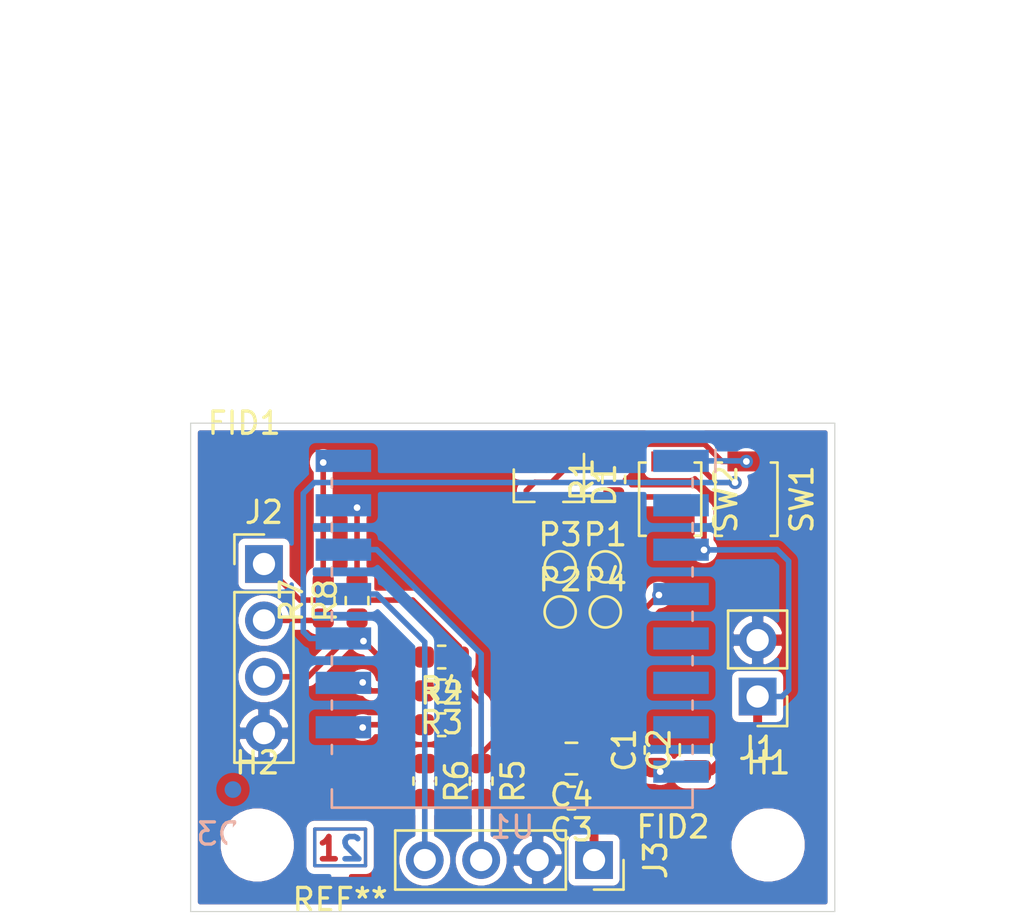
<source format=kicad_pcb>
(kicad_pcb (version 20171130) (host pcbnew "(5.1.5)-3")

  (general
    (thickness 1.6)
    (drawings 6)
    (tracks 118)
    (zones 0)
    (modules 29)
    (nets 14)
  )

  (page A4)
  (layers
    (0 F.Cu signal)
    (31 B.Cu signal)
    (36 B.SilkS user)
    (37 F.SilkS user)
    (38 B.Mask user hide)
    (39 F.Mask user hide)
    (40 Dwgs.User user hide)
    (41 Cmts.User user hide)
    (42 Eco1.User user hide)
    (43 Eco2.User user hide)
    (44 Edge.Cuts user hide)
    (45 Margin user hide)
    (46 B.CrtYd user hide)
    (47 F.CrtYd user hide)
    (48 B.Fab user hide)
    (49 F.Fab user hide)
  )

  (setup
    (last_trace_width 0.25)
    (trace_clearance 0.2)
    (zone_clearance 0.3)
    (zone_45_only no)
    (trace_min 0.2)
    (via_size 0.6)
    (via_drill 0.3)
    (via_min_size 0.6)
    (via_min_drill 0.3)
    (uvia_size 0.3)
    (uvia_drill 0.1)
    (uvias_allowed no)
    (uvia_min_size 0.2)
    (uvia_min_drill 0.1)
    (edge_width 0.05)
    (segment_width 0.2)
    (pcb_text_width 0.3)
    (pcb_text_size 1.5 1.5)
    (mod_edge_width 0.12)
    (mod_text_size 1 1)
    (mod_text_width 0.15)
    (pad_size 1.524 1.524)
    (pad_drill 0.762)
    (pad_to_mask_clearance 0.051)
    (solder_mask_min_width 0.25)
    (aux_axis_origin 0 0)
    (visible_elements 7FFFFFFF)
    (pcbplotparams
      (layerselection 0x010f0_ffffffff)
      (usegerberextensions false)
      (usegerberattributes false)
      (usegerberadvancedattributes false)
      (creategerberjobfile false)
      (excludeedgelayer true)
      (linewidth 0.100000)
      (plotframeref false)
      (viasonmask true)
      (mode 1)
      (useauxorigin false)
      (hpglpennumber 1)
      (hpglpenspeed 20)
      (hpglpendiameter 15.000000)
      (psnegative false)
      (psa4output false)
      (plotreference false)
      (plotvalue false)
      (plotinvisibletext false)
      (padsonsilk false)
      (subtractmaskfromsilk false)
      (outputformat 1)
      (mirror false)
      (drillshape 0)
      (scaleselection 1)
      (outputdirectory "gerber"))
  )

  (net 0 "")
  (net 1 +3V3)
  (net 2 GND)
  (net 3 "Net-(D1-Pad1)")
  (net 4 /~RST)
  (net 5 /TXD)
  (net 6 /RXD)
  (net 7 /I2C-SDA)
  (net 8 /I2C-SCL)
  (net 9 /IO0)
  (net 10 "Net-(R2-Pad1)")
  (net 11 "Net-(R3-Pad2)")
  (net 12 "Net-(R7-Pad2)")
  (net 13 "Net-(R8-Pad2)")

  (net_class Default "This is the default net class."
    (clearance 0.2)
    (trace_width 0.25)
    (via_dia 0.6)
    (via_drill 0.3)
    (uvia_dia 0.3)
    (uvia_drill 0.1)
    (add_net /I2C-SCL)
    (add_net /I2C-SDA)
    (add_net /IO0)
    (add_net /RXD)
    (add_net /TXD)
    (add_net /~RST)
    (add_net "Net-(D1-Pad1)")
    (add_net "Net-(R2-Pad1)")
    (add_net "Net-(R3-Pad2)")
    (add_net "Net-(R7-Pad2)")
    (add_net "Net-(R8-Pad2)")
  )

  (net_class supply ""
    (clearance 0.2)
    (trace_width 0.4)
    (via_dia 0.6)
    (via_drill 0.3)
    (uvia_dia 0.3)
    (uvia_drill 0.1)
    (add_net +3V3)
    (add_net GND)
  )

  (module SilentWorks:Layer1-2 locked (layer F.Cu) (tedit 5F5E2F7E) (tstamp 5F5FC53A)
    (at 125.73 106.172)
    (fp_text reference REF** (at 0 2.286) (layer F.SilkS)
      (effects (font (size 1 1) (thickness 0.15)))
    )
    (fp_text value Layer1-2 (at 0 -5.334) (layer F.Fab)
      (effects (font (size 1 1) (thickness 0.15)))
    )
    (fp_line (start -1.143 -0.889) (end -1.143 0.762) (layer B.Cu) (width 0.15))
    (fp_line (start 1.143 -0.889) (end -1.143 -0.889) (layer B.Cu) (width 0.15))
    (fp_line (start -1.143 0.762) (end 1.143 0.762) (layer B.Cu) (width 0.15))
    (fp_line (start 1.143 0.762) (end 1.143 -0.889) (layer B.Cu) (width 0.15))
    (fp_line (start 1.143 -0.889) (end -1.143 -0.889) (layer F.Cu) (width 0.15))
    (fp_line (start 1.143 0.762) (end 1.143 -0.889) (layer F.Cu) (width 0.15))
    (fp_line (start -1.143 0.762) (end 1.143 0.762) (layer F.Cu) (width 0.15))
    (fp_line (start -1.143 -0.889) (end -1.143 0.762) (layer F.Cu) (width 0.15))
    (fp_text user 2 (at 0.508 0) (layer B.Cu)
      (effects (font (size 1 1) (thickness 0.25)) (justify mirror))
    )
    (fp_text user 1 (at -0.508 0) (layer F.Cu)
      (effects (font (size 1 1) (thickness 0.25)))
    )
  )

  (module Resistor_SMD:R_0603_1608Metric (layer F.Cu) (tedit 5B301BBD) (tstamp 5F5E860C)
    (at 124.968 94.996 90)
    (descr "Resistor SMD 0603 (1608 Metric), square (rectangular) end terminal, IPC_7351 nominal, (Body size source: http://www.tortai-tech.com/upload/download/2011102023233369053.pdf), generated with kicad-footprint-generator")
    (tags resistor)
    (path /5F606123)
    (attr smd)
    (fp_text reference R7 (at 0 -1.43 90) (layer F.SilkS)
      (effects (font (size 1 1) (thickness 0.15)))
    )
    (fp_text value 220R (at 0 1.43 90) (layer F.Fab)
      (effects (font (size 1 1) (thickness 0.15)))
    )
    (fp_text user %R (at 0 0 90) (layer F.Fab)
      (effects (font (size 0.4 0.4) (thickness 0.06)))
    )
    (fp_line (start 1.48 0.73) (end -1.48 0.73) (layer F.CrtYd) (width 0.05))
    (fp_line (start 1.48 -0.73) (end 1.48 0.73) (layer F.CrtYd) (width 0.05))
    (fp_line (start -1.48 -0.73) (end 1.48 -0.73) (layer F.CrtYd) (width 0.05))
    (fp_line (start -1.48 0.73) (end -1.48 -0.73) (layer F.CrtYd) (width 0.05))
    (fp_line (start -0.162779 0.51) (end 0.162779 0.51) (layer F.SilkS) (width 0.12))
    (fp_line (start -0.162779 -0.51) (end 0.162779 -0.51) (layer F.SilkS) (width 0.12))
    (fp_line (start 0.8 0.4) (end -0.8 0.4) (layer F.Fab) (width 0.1))
    (fp_line (start 0.8 -0.4) (end 0.8 0.4) (layer F.Fab) (width 0.1))
    (fp_line (start -0.8 -0.4) (end 0.8 -0.4) (layer F.Fab) (width 0.1))
    (fp_line (start -0.8 0.4) (end -0.8 -0.4) (layer F.Fab) (width 0.1))
    (pad 2 smd roundrect (at 0.7875 0 90) (size 0.875 0.95) (layers F.Cu F.Paste F.Mask) (roundrect_rratio 0.25)
      (net 12 "Net-(R7-Pad2)"))
    (pad 1 smd roundrect (at -0.7875 0 90) (size 0.875 0.95) (layers F.Cu F.Paste F.Mask) (roundrect_rratio 0.25)
      (net 6 /RXD))
    (model ${KISYS3DMOD}/Resistor_SMD.3dshapes/R_0603_1608Metric.wrl
      (at (xyz 0 0 0))
      (scale (xyz 1 1 1))
      (rotate (xyz 0 0 0))
    )
  )

  (module Resistor_SMD:R_0603_1608Metric (layer F.Cu) (tedit 5B301BBD) (tstamp 5F5E863F)
    (at 129.54 103.124 270)
    (descr "Resistor SMD 0603 (1608 Metric), square (rectangular) end terminal, IPC_7351 nominal, (Body size source: http://www.tortai-tech.com/upload/download/2011102023233369053.pdf), generated with kicad-footprint-generator")
    (tags resistor)
    (path /5F625258)
    (attr smd)
    (fp_text reference R6 (at 0 -1.43 90) (layer F.SilkS)
      (effects (font (size 1 1) (thickness 0.15)))
    )
    (fp_text value 1.5k (at 0 1.43 90) (layer F.Fab)
      (effects (font (size 1 1) (thickness 0.15)))
    )
    (fp_text user %R (at 0 0 90) (layer F.Fab)
      (effects (font (size 0.4 0.4) (thickness 0.06)))
    )
    (fp_line (start 1.48 0.73) (end -1.48 0.73) (layer F.CrtYd) (width 0.05))
    (fp_line (start 1.48 -0.73) (end 1.48 0.73) (layer F.CrtYd) (width 0.05))
    (fp_line (start -1.48 -0.73) (end 1.48 -0.73) (layer F.CrtYd) (width 0.05))
    (fp_line (start -1.48 0.73) (end -1.48 -0.73) (layer F.CrtYd) (width 0.05))
    (fp_line (start -0.162779 0.51) (end 0.162779 0.51) (layer F.SilkS) (width 0.12))
    (fp_line (start -0.162779 -0.51) (end 0.162779 -0.51) (layer F.SilkS) (width 0.12))
    (fp_line (start 0.8 0.4) (end -0.8 0.4) (layer F.Fab) (width 0.1))
    (fp_line (start 0.8 -0.4) (end 0.8 0.4) (layer F.Fab) (width 0.1))
    (fp_line (start -0.8 -0.4) (end 0.8 -0.4) (layer F.Fab) (width 0.1))
    (fp_line (start -0.8 0.4) (end -0.8 -0.4) (layer F.Fab) (width 0.1))
    (pad 2 smd roundrect (at 0.7875 0 270) (size 0.875 0.95) (layers F.Cu F.Paste F.Mask) (roundrect_rratio 0.25)
      (net 7 /I2C-SDA))
    (pad 1 smd roundrect (at -0.7875 0 270) (size 0.875 0.95) (layers F.Cu F.Paste F.Mask) (roundrect_rratio 0.25)
      (net 1 +3V3))
    (model ${KISYS3DMOD}/Resistor_SMD.3dshapes/R_0603_1608Metric.wrl
      (at (xyz 0 0 0))
      (scale (xyz 1 1 1))
      (rotate (xyz 0 0 0))
    )
  )

  (module TestPoint:TestPoint_Pad_D1.0mm (layer F.Cu) (tedit 5A0F774F) (tstamp 5F5FBF64)
    (at 137.668 95.504)
    (descr "SMD pad as test Point, diameter 1.0mm")
    (tags "test point SMD pad")
    (path /5F5F94B4)
    (attr virtual)
    (fp_text reference P4 (at 0 -1.448) (layer F.SilkS)
      (effects (font (size 1 1) (thickness 0.15)))
    )
    (fp_text value ICT-Point (at 0 1.55) (layer F.Fab)
      (effects (font (size 1 1) (thickness 0.15)))
    )
    (fp_circle (center 0 0) (end 0 0.7) (layer F.SilkS) (width 0.12))
    (fp_circle (center 0 0) (end 1 0) (layer F.CrtYd) (width 0.05))
    (fp_text user %R (at 0 -1.45) (layer F.Fab)
      (effects (font (size 1 1) (thickness 0.15)))
    )
    (pad 1 smd circle (at 0 0) (size 1 1) (layers F.Cu F.Mask)
      (net 3 "Net-(D1-Pad1)"))
  )

  (module TestPoint:TestPoint_Pad_D1.0mm (layer F.Cu) (tedit 5A0F774F) (tstamp 5F5FBF5C)
    (at 135.636 93.472)
    (descr "SMD pad as test Point, diameter 1.0mm")
    (tags "test point SMD pad")
    (path /5F5FAAEB)
    (attr virtual)
    (fp_text reference P3 (at 0 -1.448) (layer F.SilkS)
      (effects (font (size 1 1) (thickness 0.15)))
    )
    (fp_text value ICT-Point (at 0 1.55) (layer F.Fab)
      (effects (font (size 1 1) (thickness 0.15)))
    )
    (fp_circle (center 0 0) (end 0 0.7) (layer F.SilkS) (width 0.12))
    (fp_circle (center 0 0) (end 1 0) (layer F.CrtYd) (width 0.05))
    (fp_text user %R (at 0 -1.45) (layer F.Fab)
      (effects (font (size 1 1) (thickness 0.15)))
    )
    (pad 1 smd circle (at 0 0) (size 1 1) (layers F.Cu F.Mask)
      (net 4 /~RST))
  )

  (module TestPoint:TestPoint_Pad_D1.0mm (layer F.Cu) (tedit 5A0F774F) (tstamp 5F5FBF54)
    (at 135.636 95.504)
    (descr "SMD pad as test Point, diameter 1.0mm")
    (tags "test point SMD pad")
    (path /5F5F926C)
    (attr virtual)
    (fp_text reference P2 (at 0 -1.448) (layer F.SilkS)
      (effects (font (size 1 1) (thickness 0.15)))
    )
    (fp_text value ICT-Point (at 0 1.55) (layer F.Fab)
      (effects (font (size 1 1) (thickness 0.15)))
    )
    (fp_circle (center 0 0) (end 0 0.7) (layer F.SilkS) (width 0.12))
    (fp_circle (center 0 0) (end 1 0) (layer F.CrtYd) (width 0.05))
    (fp_text user %R (at 0 -1.45) (layer F.Fab)
      (effects (font (size 1 1) (thickness 0.15)))
    )
    (pad 1 smd circle (at 0 0) (size 1 1) (layers F.Cu F.Mask)
      (net 2 GND))
  )

  (module TestPoint:TestPoint_Pad_D1.0mm (layer F.Cu) (tedit 5A0F774F) (tstamp 5F5FBF4C)
    (at 137.668 93.472)
    (descr "SMD pad as test Point, diameter 1.0mm")
    (tags "test point SMD pad")
    (path /5F5F740B)
    (attr virtual)
    (fp_text reference P1 (at 0 -1.448) (layer F.SilkS)
      (effects (font (size 1 1) (thickness 0.15)))
    )
    (fp_text value ICT-Point (at 0 1.55) (layer F.Fab)
      (effects (font (size 1 1) (thickness 0.15)))
    )
    (fp_circle (center 0 0) (end 0 0.7) (layer F.SilkS) (width 0.12))
    (fp_circle (center 0 0) (end 1 0) (layer F.CrtYd) (width 0.05))
    (fp_text user %R (at 0 -1.45) (layer F.Fab)
      (effects (font (size 1 1) (thickness 0.15)))
    )
    (pad 1 smd circle (at 0 0) (size 1 1) (layers F.Cu F.Mask)
      (net 1 +3V3))
  )

  (module MountingHole:MountingHole_2.7mm_M2.5 (layer F.Cu) (tedit 56D1B4CB) (tstamp 5F5EAF06)
    (at 122 106)
    (descr "Mounting Hole 2.7mm, no annular, M2.5")
    (tags "mounting hole 2.7mm no annular m2.5")
    (path /5F67C70E)
    (attr virtual)
    (fp_text reference H2 (at 0 -3.7) (layer F.SilkS)
      (effects (font (size 1 1) (thickness 0.15)))
    )
    (fp_text value MountingHole_Pad (at 0 3.7) (layer F.Fab)
      (effects (font (size 1 1) (thickness 0.15)))
    )
    (fp_circle (center 0 0) (end 2.95 0) (layer F.CrtYd) (width 0.05))
    (fp_circle (center 0 0) (end 2.7 0) (layer Cmts.User) (width 0.15))
    (fp_text user %R (at 0.3 0) (layer F.Fab)
      (effects (font (size 1 1) (thickness 0.15)))
    )
    (pad 1 np_thru_hole circle (at 0 0) (size 2.7 2.7) (drill 2.7) (layers *.Cu *.Mask))
  )

  (module MountingHole:MountingHole_2.7mm_M2.5 (layer F.Cu) (tedit 56D1B4CB) (tstamp 5F5EAEFD)
    (at 145 106)
    (descr "Mounting Hole 2.7mm, no annular, M2.5")
    (tags "mounting hole 2.7mm no annular m2.5")
    (path /5F67D64C)
    (attr virtual)
    (fp_text reference H1 (at 0 -3.7) (layer F.SilkS)
      (effects (font (size 1 1) (thickness 0.15)))
    )
    (fp_text value MountingHole_Pad (at 0 3.7) (layer F.Fab)
      (effects (font (size 1 1) (thickness 0.15)))
    )
    (fp_circle (center 0 0) (end 2.95 0) (layer F.CrtYd) (width 0.05))
    (fp_circle (center 0 0) (end 2.7 0) (layer Cmts.User) (width 0.15))
    (fp_text user %R (at 0.3 0) (layer F.Fab)
      (effects (font (size 1 1) (thickness 0.15)))
    )
    (pad 1 np_thru_hole circle (at 0 0) (size 2.7 2.7) (drill 2.7) (layers *.Cu *.Mask))
  )

  (module Fiducial:Fiducial_0.75mm_Mask1.5mm (layer B.Cu) (tedit 5C18CB26) (tstamp 5F5EAEF4)
    (at 120.904 103.505)
    (descr "Circular Fiducial, 0.75mm bare copper, 1.5mm soldermask opening (Level B)")
    (tags fiducial)
    (path /5F687B8B)
    (attr smd)
    (fp_text reference FID3 (at 0 2) (layer B.SilkS)
      (effects (font (size 1 1) (thickness 0.15)) (justify mirror))
    )
    (fp_text value Fiducial (at 0 -2) (layer B.Fab)
      (effects (font (size 1 1) (thickness 0.15)) (justify mirror))
    )
    (fp_circle (center 0 0) (end 1 0) (layer B.CrtYd) (width 0.05))
    (fp_text user %R (at 0 0) (layer B.Fab)
      (effects (font (size 0.3 0.3) (thickness 0.05)) (justify mirror))
    )
    (fp_circle (center 0 0) (end 0.75 0) (layer B.Fab) (width 0.1))
    (pad "" smd circle (at 0 0) (size 0.75 0.75) (layers B.Cu B.Mask)
      (solder_mask_margin 0.375) (clearance 0.375))
  )

  (module Fiducial:Fiducial_0.75mm_Mask1.5mm (layer F.Cu) (tedit 5C18CB26) (tstamp 5F5EAEEC)
    (at 140.716 107.188)
    (descr "Circular Fiducial, 0.75mm bare copper, 1.5mm soldermask opening (Level B)")
    (tags fiducial)
    (path /5F687903)
    (attr smd)
    (fp_text reference FID2 (at 0 -2) (layer F.SilkS)
      (effects (font (size 1 1) (thickness 0.15)))
    )
    (fp_text value Fiducial (at 0 2) (layer F.Fab)
      (effects (font (size 1 1) (thickness 0.15)))
    )
    (fp_circle (center 0 0) (end 1 0) (layer F.CrtYd) (width 0.05))
    (fp_text user %R (at 0 0) (layer F.Fab)
      (effects (font (size 0.3 0.3) (thickness 0.05)))
    )
    (fp_circle (center 0 0) (end 0.75 0) (layer F.Fab) (width 0.1))
    (pad "" smd circle (at 0 0) (size 0.75 0.75) (layers F.Cu F.Mask)
      (solder_mask_margin 0.375) (clearance 0.375))
  )

  (module Fiducial:Fiducial_0.75mm_Mask1.5mm (layer F.Cu) (tedit 5C18CB26) (tstamp 5F5EAEE4)
    (at 121.412 89)
    (descr "Circular Fiducial, 0.75mm bare copper, 1.5mm soldermask opening (Level B)")
    (tags fiducial)
    (path /5F686AC0)
    (attr smd)
    (fp_text reference FID1 (at 0 -2) (layer F.SilkS)
      (effects (font (size 1 1) (thickness 0.15)))
    )
    (fp_text value Fiducial (at 0 2) (layer F.Fab)
      (effects (font (size 1 1) (thickness 0.15)))
    )
    (fp_circle (center 0 0) (end 1 0) (layer F.CrtYd) (width 0.05))
    (fp_text user %R (at 0 0) (layer F.Fab)
      (effects (font (size 0.3 0.3) (thickness 0.05)))
    )
    (fp_circle (center 0 0) (end 0.75 0) (layer F.Fab) (width 0.1))
    (pad "" smd circle (at 0 0) (size 0.75 0.75) (layers F.Cu F.Mask)
      (solder_mask_margin 0.375) (clearance 0.375))
  )

  (module Connector_PinHeader_2.54mm:PinHeader_1x02_P2.54mm_Vertical (layer F.Cu) (tedit 59FED5CC) (tstamp 5F5E9045)
    (at 144.526 99.314 180)
    (descr "Through hole straight pin header, 1x02, 2.54mm pitch, single row")
    (tags "Through hole pin header THT 1x02 2.54mm single row")
    (path /5F656C3B)
    (fp_text reference J1 (at 0 -2.33) (layer F.SilkS)
      (effects (font (size 1 1) (thickness 0.15)))
    )
    (fp_text value 2xAA (at 0 4.87) (layer F.Fab)
      (effects (font (size 1 1) (thickness 0.15)))
    )
    (fp_text user %R (at 0 1.27 90) (layer F.Fab)
      (effects (font (size 1 1) (thickness 0.15)))
    )
    (fp_line (start 1.8 -1.8) (end -1.8 -1.8) (layer F.CrtYd) (width 0.05))
    (fp_line (start 1.8 4.35) (end 1.8 -1.8) (layer F.CrtYd) (width 0.05))
    (fp_line (start -1.8 4.35) (end 1.8 4.35) (layer F.CrtYd) (width 0.05))
    (fp_line (start -1.8 -1.8) (end -1.8 4.35) (layer F.CrtYd) (width 0.05))
    (fp_line (start -1.33 -1.33) (end 0 -1.33) (layer F.SilkS) (width 0.12))
    (fp_line (start -1.33 0) (end -1.33 -1.33) (layer F.SilkS) (width 0.12))
    (fp_line (start -1.33 1.27) (end 1.33 1.27) (layer F.SilkS) (width 0.12))
    (fp_line (start 1.33 1.27) (end 1.33 3.87) (layer F.SilkS) (width 0.12))
    (fp_line (start -1.33 1.27) (end -1.33 3.87) (layer F.SilkS) (width 0.12))
    (fp_line (start -1.33 3.87) (end 1.33 3.87) (layer F.SilkS) (width 0.12))
    (fp_line (start -1.27 -0.635) (end -0.635 -1.27) (layer F.Fab) (width 0.1))
    (fp_line (start -1.27 3.81) (end -1.27 -0.635) (layer F.Fab) (width 0.1))
    (fp_line (start 1.27 3.81) (end -1.27 3.81) (layer F.Fab) (width 0.1))
    (fp_line (start 1.27 -1.27) (end 1.27 3.81) (layer F.Fab) (width 0.1))
    (fp_line (start -0.635 -1.27) (end 1.27 -1.27) (layer F.Fab) (width 0.1))
    (pad 2 thru_hole oval (at 0 2.54 180) (size 1.7 1.7) (drill 1) (layers *.Cu *.Mask)
      (net 2 GND))
    (pad 1 thru_hole rect (at 0 0 180) (size 1.7 1.7) (drill 1) (layers *.Cu *.Mask)
      (net 1 +3V3))
    (model ${KISYS3DMOD}/Connector_PinHeader_2.54mm.3dshapes/PinHeader_1x02_P2.54mm_Vertical.wrl
      (at (xyz 0 0 0))
      (scale (xyz 1 1 1))
      (rotate (xyz 0 0 0))
    )
  )

  (module Capacitor_SMD:C_0805_2012Metric (layer F.Cu) (tedit 5B36C52B) (tstamp 5F5E8FA1)
    (at 136.144 102.108 180)
    (descr "Capacitor SMD 0805 (2012 Metric), square (rectangular) end terminal, IPC_7351 nominal, (Body size source: https://docs.google.com/spreadsheets/d/1BsfQQcO9C6DZCsRaXUlFlo91Tg2WpOkGARC1WS5S8t0/edit?usp=sharing), generated with kicad-footprint-generator")
    (tags capacitor)
    (path /5F65D245)
    (attr smd)
    (fp_text reference C4 (at 0 -1.65) (layer F.SilkS)
      (effects (font (size 1 1) (thickness 0.15)))
    )
    (fp_text value 10u (at 0 1.65) (layer F.Fab)
      (effects (font (size 1 1) (thickness 0.15)))
    )
    (fp_text user %R (at 0 0) (layer F.Fab)
      (effects (font (size 0.5 0.5) (thickness 0.08)))
    )
    (fp_line (start 1.68 0.95) (end -1.68 0.95) (layer F.CrtYd) (width 0.05))
    (fp_line (start 1.68 -0.95) (end 1.68 0.95) (layer F.CrtYd) (width 0.05))
    (fp_line (start -1.68 -0.95) (end 1.68 -0.95) (layer F.CrtYd) (width 0.05))
    (fp_line (start -1.68 0.95) (end -1.68 -0.95) (layer F.CrtYd) (width 0.05))
    (fp_line (start -0.258578 0.71) (end 0.258578 0.71) (layer F.SilkS) (width 0.12))
    (fp_line (start -0.258578 -0.71) (end 0.258578 -0.71) (layer F.SilkS) (width 0.12))
    (fp_line (start 1 0.6) (end -1 0.6) (layer F.Fab) (width 0.1))
    (fp_line (start 1 -0.6) (end 1 0.6) (layer F.Fab) (width 0.1))
    (fp_line (start -1 -0.6) (end 1 -0.6) (layer F.Fab) (width 0.1))
    (fp_line (start -1 0.6) (end -1 -0.6) (layer F.Fab) (width 0.1))
    (pad 2 smd roundrect (at 0.9375 0 180) (size 0.975 1.4) (layers F.Cu F.Paste F.Mask) (roundrect_rratio 0.25)
      (net 2 GND))
    (pad 1 smd roundrect (at -0.9375 0 180) (size 0.975 1.4) (layers F.Cu F.Paste F.Mask) (roundrect_rratio 0.25)
      (net 1 +3V3))
    (model ${KISYS3DMOD}/Capacitor_SMD.3dshapes/C_0805_2012Metric.wrl
      (at (xyz 0 0 0))
      (scale (xyz 1 1 1))
      (rotate (xyz 0 0 0))
    )
  )

  (module Capacitor_SMD:C_0603_1608Metric (layer F.Cu) (tedit 5B301BBE) (tstamp 5F5E8F90)
    (at 136.144 103.886 180)
    (descr "Capacitor SMD 0603 (1608 Metric), square (rectangular) end terminal, IPC_7351 nominal, (Body size source: http://www.tortai-tech.com/upload/download/2011102023233369053.pdf), generated with kicad-footprint-generator")
    (tags capacitor)
    (path /5F65D24B)
    (attr smd)
    (fp_text reference C3 (at 0 -1.43) (layer F.SilkS)
      (effects (font (size 1 1) (thickness 0.15)))
    )
    (fp_text value 100n (at 0 1.43) (layer F.Fab)
      (effects (font (size 1 1) (thickness 0.15)))
    )
    (fp_text user %R (at 0 0) (layer F.Fab)
      (effects (font (size 0.4 0.4) (thickness 0.06)))
    )
    (fp_line (start 1.48 0.73) (end -1.48 0.73) (layer F.CrtYd) (width 0.05))
    (fp_line (start 1.48 -0.73) (end 1.48 0.73) (layer F.CrtYd) (width 0.05))
    (fp_line (start -1.48 -0.73) (end 1.48 -0.73) (layer F.CrtYd) (width 0.05))
    (fp_line (start -1.48 0.73) (end -1.48 -0.73) (layer F.CrtYd) (width 0.05))
    (fp_line (start -0.162779 0.51) (end 0.162779 0.51) (layer F.SilkS) (width 0.12))
    (fp_line (start -0.162779 -0.51) (end 0.162779 -0.51) (layer F.SilkS) (width 0.12))
    (fp_line (start 0.8 0.4) (end -0.8 0.4) (layer F.Fab) (width 0.1))
    (fp_line (start 0.8 -0.4) (end 0.8 0.4) (layer F.Fab) (width 0.1))
    (fp_line (start -0.8 -0.4) (end 0.8 -0.4) (layer F.Fab) (width 0.1))
    (fp_line (start -0.8 0.4) (end -0.8 -0.4) (layer F.Fab) (width 0.1))
    (pad 2 smd roundrect (at 0.7875 0 180) (size 0.875 0.95) (layers F.Cu F.Paste F.Mask) (roundrect_rratio 0.25)
      (net 2 GND))
    (pad 1 smd roundrect (at -0.7875 0 180) (size 0.875 0.95) (layers F.Cu F.Paste F.Mask) (roundrect_rratio 0.25)
      (net 1 +3V3))
    (model ${KISYS3DMOD}/Capacitor_SMD.3dshapes/C_0603_1608Metric.wrl
      (at (xyz 0 0 0))
      (scale (xyz 1 1 1))
      (rotate (xyz 0 0 0))
    )
  )

  (module RF_Module:ESP-07 (layer B.Cu) (tedit 5B1D6972) (tstamp 5F5E86C9)
    (at 133.477 93.599 180)
    (descr "Wi-Fi Module, http://wiki.ai-thinker.com/_media/esp8266/docs/a007ps01a2_esp-07_product_specification_v1.2.pdf")
    (tags "Wi-Fi Module")
    (path /5F5E12D9)
    (attr smd)
    (fp_text reference U1 (at 0 -11.6) (layer B.SilkS)
      (effects (font (size 1 1) (thickness 0.15)) (justify mirror))
    )
    (fp_text value ESP-07 (at 0 -9.6) (layer B.Fab)
      (effects (font (size 1 1) (thickness 0.15)) (justify mirror))
    )
    (fp_text user "No metal, traces, or components\non any PCB layer if using on-board antenna" (at 0 14.3 180) (layer Cmts.User)
      (effects (font (size 0.8 0.8) (thickness 0.12)))
    )
    (fp_text user "KEEP-OUT ZONE" (at 0 17.3 180) (layer Cmts.User)
      (effects (font (size 1 1) (thickness 0.15)))
    )
    (fp_text user %R (at 0 0) (layer B.Fab)
      (effects (font (size 1 1) (thickness 0.15)) (justify mirror))
    )
    (fp_line (start -8 10.6) (end 8 10.6) (layer B.Fab) (width 0.1))
    (fp_line (start 8 10.6) (end 8 -10.6) (layer B.Fab) (width 0.1))
    (fp_line (start 8 -10.6) (end -8 -10.6) (layer B.Fab) (width 0.1))
    (fp_line (start -8 -10.6) (end -8 4.4) (layer B.Fab) (width 0.1))
    (fp_line (start -8 4.4) (end -7.5 4.9) (layer B.Fab) (width 0.1))
    (fp_line (start -7.5 4.9) (end -8 5.4) (layer B.Fab) (width 0.1))
    (fp_line (start -8 5.4) (end -8 10.6) (layer B.Fab) (width 0.1))
    (fp_line (start -9.1 10.85) (end 9.1 10.85) (layer B.CrtYd) (width 0.05))
    (fp_line (start 9.1 10.85) (end 9.1 -10.85) (layer B.CrtYd) (width 0.05))
    (fp_line (start 9.1 -10.85) (end -9.1 -10.85) (layer B.CrtYd) (width 0.05))
    (fp_line (start -9.1 -10.85) (end -9.1 10.85) (layer B.CrtYd) (width 0.05))
    (fp_line (start 8.12 -9.9) (end 8.12 -10.72) (layer B.SilkS) (width 0.12))
    (fp_line (start 8.12 -10.72) (end -8.12 -10.72) (layer B.SilkS) (width 0.12))
    (fp_line (start -8.12 -10.72) (end -8.12 -9.9) (layer B.SilkS) (width 0.12))
    (fp_line (start -9.15 5.4) (end -9.15 4.4) (layer B.SilkS) (width 0.12))
    (fp_line (start -23 25.6) (end 23 25.6) (layer Dwgs.User) (width 0.12))
    (fp_line (start -23 25.6) (end -23 6) (layer Dwgs.User) (width 0.12))
    (fp_line (start 23 6) (end -23 6) (layer Dwgs.User) (width 0.12))
    (fp_line (start 23 6) (end 23 25.6) (layer Dwgs.User) (width 0.12))
    (fp_line (start -20 25.6) (end -23 22.6) (layer Dwgs.User) (width 0.12))
    (fp_line (start -17 25.6) (end -23 19.6) (layer Dwgs.User) (width 0.12))
    (fp_line (start -14 25.6) (end -23 16.6) (layer Dwgs.User) (width 0.12))
    (fp_line (start -11 25.6) (end -23 13.6) (layer Dwgs.User) (width 0.12))
    (fp_line (start -8 25.6) (end -23 10.6) (layer Dwgs.User) (width 0.12))
    (fp_line (start -5 25.6) (end -23 7.6) (layer Dwgs.User) (width 0.12))
    (fp_line (start -2 25.6) (end -21.6 6) (layer Dwgs.User) (width 0.12))
    (fp_line (start 1 25.6) (end -18.6 6) (layer Dwgs.User) (width 0.12))
    (fp_line (start -15.6 6) (end 4 25.6) (layer Dwgs.User) (width 0.12))
    (fp_line (start -6.6 6) (end 13 25.6) (layer Dwgs.User) (width 0.12))
    (fp_line (start 10 25.6) (end -9.6 6) (layer Dwgs.User) (width 0.12))
    (fp_line (start 7 25.6) (end -12.6 6) (layer Dwgs.User) (width 0.12))
    (fp_line (start 2.4 6) (end 22 25.6) (layer Dwgs.User) (width 0.12))
    (fp_line (start 16 25.6) (end -3.6 6) (layer Dwgs.User) (width 0.12))
    (fp_line (start 19 25.6) (end -0.6 6) (layer Dwgs.User) (width 0.12))
    (fp_line (start 5.4 6) (end 23 23.6) (layer Dwgs.User) (width 0.12))
    (fp_line (start 23 20.6) (end 8.4 6) (layer Dwgs.User) (width 0.12))
    (fp_line (start 23 17.6) (end 11.4 6) (layer Dwgs.User) (width 0.12))
    (fp_line (start 23 14.6) (end 14.4 6) (layer Dwgs.User) (width 0.12))
    (fp_line (start 23 11.6) (end 17.4 6) (layer Dwgs.User) (width 0.12))
    (fp_line (start 23 8.6) (end 20.4 6) (layer Dwgs.User) (width 0.12))
    (fp_line (start -8.12 -8.3) (end -8.12 -7.9) (layer B.SilkS) (width 0.12))
    (fp_line (start 8.12 -8.3) (end 8.12 -7.9) (layer B.SilkS) (width 0.12))
    (fp_line (start -8.12 -6.3) (end -8.12 -5.9) (layer B.SilkS) (width 0.12))
    (fp_line (start 8.12 -6.3) (end 8.12 -5.9) (layer B.SilkS) (width 0.12))
    (fp_line (start -8.12 -4.3) (end -8.12 -3.9) (layer B.SilkS) (width 0.12))
    (fp_line (start 8.12 -4.3) (end 8.12 -3.9) (layer B.SilkS) (width 0.12))
    (fp_line (start -8.12 -2.3) (end -8.12 -1.9) (layer B.SilkS) (width 0.12))
    (fp_line (start 8.12 -2.3) (end 8.12 -1.9) (layer B.SilkS) (width 0.12))
    (fp_line (start -8.12 -0.3) (end -8.12 0.1) (layer B.SilkS) (width 0.12))
    (fp_line (start 8.12 -0.3) (end 8.12 0.1) (layer B.SilkS) (width 0.12))
    (fp_line (start -8.12 1.7) (end -8.12 2.1) (layer B.SilkS) (width 0.12))
    (fp_line (start 8.12 1.7) (end 8.12 2.1) (layer B.SilkS) (width 0.12))
    (fp_line (start -8.12 3.7) (end -8.12 4.1) (layer B.SilkS) (width 0.12))
    (fp_line (start 8.12 3.7) (end 8.12 4.1) (layer B.SilkS) (width 0.12))
    (pad 1 smd rect (at -7.6 4.9 180) (size 2.5 1) (layers B.Cu B.Paste B.Mask)
      (net 4 /~RST))
    (pad 2 smd rect (at -7.6 2.9 180) (size 2.5 1) (layers B.Cu B.Paste B.Mask))
    (pad 3 smd rect (at -7.6 0.9 180) (size 2.5 1) (layers B.Cu B.Paste B.Mask)
      (net 1 +3V3))
    (pad 4 smd rect (at -7.6 -1.1 180) (size 2.5 1) (layers B.Cu B.Paste B.Mask)
      (net 3 "Net-(D1-Pad1)"))
    (pad 5 smd rect (at -7.6 -3.1 180) (size 2.5 1) (layers B.Cu B.Paste B.Mask))
    (pad 6 smd rect (at -7.6 -5.1 180) (size 2.5 1) (layers B.Cu B.Paste B.Mask))
    (pad 7 smd rect (at -7.6 -7.1 180) (size 2.5 1) (layers B.Cu B.Paste B.Mask))
    (pad 8 smd rect (at -7.6 -9.1 180) (size 2.5 1) (layers B.Cu B.Paste B.Mask)
      (net 1 +3V3))
    (pad 9 smd rect (at 7.6 -9.1 180) (size 2.5 1) (layers B.Cu B.Paste B.Mask)
      (net 2 GND))
    (pad 10 smd rect (at 7.6 -7.1 180) (size 2.5 1) (layers B.Cu B.Paste B.Mask)
      (net 10 "Net-(R2-Pad1)"))
    (pad 11 smd rect (at 7.6 -5.1 180) (size 2.5 1) (layers B.Cu B.Paste B.Mask)
      (net 11 "Net-(R3-Pad2)"))
    (pad 12 smd rect (at 7.6 -3.1 180) (size 2.5 1) (layers B.Cu B.Paste B.Mask)
      (net 9 /IO0))
    (pad 13 smd rect (at 7.6 -1.1 180) (size 2.5 1) (layers B.Cu B.Paste B.Mask)
      (net 7 /I2C-SDA))
    (pad 14 smd rect (at 7.6 0.9 180) (size 2.5 1) (layers B.Cu B.Paste B.Mask)
      (net 8 /I2C-SCL))
    (pad 15 smd rect (at 7.6 2.9 180) (size 2.5 1) (layers B.Cu B.Paste B.Mask)
      (net 13 "Net-(R8-Pad2)"))
    (pad 16 smd rect (at 7.6 4.9 180) (size 2.5 1) (layers B.Cu B.Paste B.Mask)
      (net 12 "Net-(R7-Pad2)"))
    (model ${KIPRJMOD}/../_library/3d/ESP07.STEP
      (offset (xyz -0.4 -0.8 0))
      (scale (xyz 1 1 1))
      (rotate (xyz -90 0 0))
    )
  )

  (module Button_Switch_SMD:SW_SPST_B3U-1000P (layer F.Cu) (tedit 5A02FC95) (tstamp 5F5E867C)
    (at 144.018 90.424 270)
    (descr "Ultra-small-sized Tactile Switch with High Contact Reliability, Top-actuated Model, without Ground Terminal, without Boss")
    (tags "Tactile Switch")
    (path /5F5F36DD)
    (attr smd)
    (fp_text reference SW1 (at 0 -2.5 90) (layer F.SilkS)
      (effects (font (size 1 1) (thickness 0.15)))
    )
    (fp_text value reset (at 0 2.5 90) (layer F.Fab)
      (effects (font (size 1 1) (thickness 0.15)))
    )
    (fp_circle (center 0 0) (end 0.75 0) (layer F.Fab) (width 0.1))
    (fp_line (start -1.5 1.25) (end -1.5 -1.25) (layer F.Fab) (width 0.1))
    (fp_line (start 1.5 1.25) (end -1.5 1.25) (layer F.Fab) (width 0.1))
    (fp_line (start 1.5 -1.25) (end 1.5 1.25) (layer F.Fab) (width 0.1))
    (fp_line (start -1.5 -1.25) (end 1.5 -1.25) (layer F.Fab) (width 0.1))
    (fp_line (start 1.65 -1.4) (end 1.65 -1.1) (layer F.SilkS) (width 0.12))
    (fp_line (start -1.65 -1.4) (end 1.65 -1.4) (layer F.SilkS) (width 0.12))
    (fp_line (start -1.65 -1.1) (end -1.65 -1.4) (layer F.SilkS) (width 0.12))
    (fp_line (start 1.65 1.4) (end 1.65 1.1) (layer F.SilkS) (width 0.12))
    (fp_line (start -1.65 1.4) (end 1.65 1.4) (layer F.SilkS) (width 0.12))
    (fp_line (start -1.65 1.1) (end -1.65 1.4) (layer F.SilkS) (width 0.12))
    (fp_line (start -2.4 -1.65) (end -2.4 1.65) (layer F.CrtYd) (width 0.05))
    (fp_line (start 2.4 -1.65) (end -2.4 -1.65) (layer F.CrtYd) (width 0.05))
    (fp_line (start 2.4 1.65) (end 2.4 -1.65) (layer F.CrtYd) (width 0.05))
    (fp_line (start -2.4 1.65) (end 2.4 1.65) (layer F.CrtYd) (width 0.05))
    (fp_text user %R (at 0 -2.5 90) (layer F.Fab)
      (effects (font (size 1 1) (thickness 0.15)))
    )
    (pad 2 smd rect (at 1.7 0 270) (size 0.9 1.7) (layers F.Cu F.Paste F.Mask)
      (net 2 GND))
    (pad 1 smd rect (at -1.7 0 270) (size 0.9 1.7) (layers F.Cu F.Paste F.Mask)
      (net 4 /~RST))
    (model ${KISYS3DMOD}/Button_Switch_SMD.3dshapes/SW_SPST_B3U-1000P.wrl
      (at (xyz 0 0 0))
      (scale (xyz 1 1 1))
      (rotate (xyz 0 0 0))
    )
  )

  (module Button_Switch_SMD:SW_SPST_B3U-1000P (layer F.Cu) (tedit 5A02FC95) (tstamp 5F5E8666)
    (at 140.589 90.424 270)
    (descr "Ultra-small-sized Tactile Switch with High Contact Reliability, Top-actuated Model, without Ground Terminal, without Boss")
    (tags "Tactile Switch")
    (path /5F60B48F)
    (attr smd)
    (fp_text reference SW2 (at 0 -2.5 90) (layer F.SilkS)
      (effects (font (size 1 1) (thickness 0.15)))
    )
    (fp_text value boot (at 0 2.5 90) (layer F.Fab)
      (effects (font (size 1 1) (thickness 0.15)))
    )
    (fp_circle (center 0 0) (end 0.75 0) (layer F.Fab) (width 0.1))
    (fp_line (start -1.5 1.25) (end -1.5 -1.25) (layer F.Fab) (width 0.1))
    (fp_line (start 1.5 1.25) (end -1.5 1.25) (layer F.Fab) (width 0.1))
    (fp_line (start 1.5 -1.25) (end 1.5 1.25) (layer F.Fab) (width 0.1))
    (fp_line (start -1.5 -1.25) (end 1.5 -1.25) (layer F.Fab) (width 0.1))
    (fp_line (start 1.65 -1.4) (end 1.65 -1.1) (layer F.SilkS) (width 0.12))
    (fp_line (start -1.65 -1.4) (end 1.65 -1.4) (layer F.SilkS) (width 0.12))
    (fp_line (start -1.65 -1.1) (end -1.65 -1.4) (layer F.SilkS) (width 0.12))
    (fp_line (start 1.65 1.4) (end 1.65 1.1) (layer F.SilkS) (width 0.12))
    (fp_line (start -1.65 1.4) (end 1.65 1.4) (layer F.SilkS) (width 0.12))
    (fp_line (start -1.65 1.1) (end -1.65 1.4) (layer F.SilkS) (width 0.12))
    (fp_line (start -2.4 -1.65) (end -2.4 1.65) (layer F.CrtYd) (width 0.05))
    (fp_line (start 2.4 -1.65) (end -2.4 -1.65) (layer F.CrtYd) (width 0.05))
    (fp_line (start 2.4 1.65) (end 2.4 -1.65) (layer F.CrtYd) (width 0.05))
    (fp_line (start -2.4 1.65) (end 2.4 1.65) (layer F.CrtYd) (width 0.05))
    (fp_text user %R (at 0 -2.5 90) (layer F.Fab)
      (effects (font (size 1 1) (thickness 0.15)))
    )
    (pad 2 smd rect (at 1.7 0 270) (size 0.9 1.7) (layers F.Cu F.Paste F.Mask)
      (net 2 GND))
    (pad 1 smd rect (at -1.7 0 270) (size 0.9 1.7) (layers F.Cu F.Paste F.Mask)
      (net 9 /IO0))
    (model ${KISYS3DMOD}/Button_Switch_SMD.3dshapes/SW_SPST_B3U-1000P.wrl
      (at (xyz 0 0 0))
      (scale (xyz 1 1 1))
      (rotate (xyz 0 0 0))
    )
  )

  (module Resistor_SMD:R_0603_1608Metric (layer F.Cu) (tedit 5B301BBD) (tstamp 5F5E8650)
    (at 130.302 100.584)
    (descr "Resistor SMD 0603 (1608 Metric), square (rectangular) end terminal, IPC_7351 nominal, (Body size source: http://www.tortai-tech.com/upload/download/2011102023233369053.pdf), generated with kicad-footprint-generator")
    (tags resistor)
    (path /5F62DBA1)
    (attr smd)
    (fp_text reference R2 (at 0 -1.43) (layer F.SilkS)
      (effects (font (size 1 1) (thickness 0.15)))
    )
    (fp_text value 10k (at 0 1.43) (layer F.Fab)
      (effects (font (size 1 1) (thickness 0.15)))
    )
    (fp_text user %R (at 0 0) (layer F.Fab)
      (effects (font (size 0.4 0.4) (thickness 0.06)))
    )
    (fp_line (start 1.48 0.73) (end -1.48 0.73) (layer F.CrtYd) (width 0.05))
    (fp_line (start 1.48 -0.73) (end 1.48 0.73) (layer F.CrtYd) (width 0.05))
    (fp_line (start -1.48 -0.73) (end 1.48 -0.73) (layer F.CrtYd) (width 0.05))
    (fp_line (start -1.48 0.73) (end -1.48 -0.73) (layer F.CrtYd) (width 0.05))
    (fp_line (start -0.162779 0.51) (end 0.162779 0.51) (layer F.SilkS) (width 0.12))
    (fp_line (start -0.162779 -0.51) (end 0.162779 -0.51) (layer F.SilkS) (width 0.12))
    (fp_line (start 0.8 0.4) (end -0.8 0.4) (layer F.Fab) (width 0.1))
    (fp_line (start 0.8 -0.4) (end 0.8 0.4) (layer F.Fab) (width 0.1))
    (fp_line (start -0.8 -0.4) (end 0.8 -0.4) (layer F.Fab) (width 0.1))
    (fp_line (start -0.8 0.4) (end -0.8 -0.4) (layer F.Fab) (width 0.1))
    (pad 2 smd roundrect (at 0.7875 0) (size 0.875 0.95) (layers F.Cu F.Paste F.Mask) (roundrect_rratio 0.25)
      (net 2 GND))
    (pad 1 smd roundrect (at -0.7875 0) (size 0.875 0.95) (layers F.Cu F.Paste F.Mask) (roundrect_rratio 0.25)
      (net 10 "Net-(R2-Pad1)"))
    (model ${KISYS3DMOD}/Resistor_SMD.3dshapes/R_0603_1608Metric.wrl
      (at (xyz 0 0 0))
      (scale (xyz 1 1 1))
      (rotate (xyz 0 0 0))
    )
  )

  (module Resistor_SMD:R_0603_1608Metric (layer F.Cu) (tedit 5B301BBD) (tstamp 5F5E862E)
    (at 132.08 103.124 270)
    (descr "Resistor SMD 0603 (1608 Metric), square (rectangular) end terminal, IPC_7351 nominal, (Body size source: http://www.tortai-tech.com/upload/download/2011102023233369053.pdf), generated with kicad-footprint-generator")
    (tags resistor)
    (path /5F625AD3)
    (attr smd)
    (fp_text reference R5 (at 0 -1.43 90) (layer F.SilkS)
      (effects (font (size 1 1) (thickness 0.15)))
    )
    (fp_text value 1.5k (at 0 1.43 90) (layer F.Fab)
      (effects (font (size 1 1) (thickness 0.15)))
    )
    (fp_text user %R (at 0 0 90) (layer F.Fab)
      (effects (font (size 0.4 0.4) (thickness 0.06)))
    )
    (fp_line (start 1.48 0.73) (end -1.48 0.73) (layer F.CrtYd) (width 0.05))
    (fp_line (start 1.48 -0.73) (end 1.48 0.73) (layer F.CrtYd) (width 0.05))
    (fp_line (start -1.48 -0.73) (end 1.48 -0.73) (layer F.CrtYd) (width 0.05))
    (fp_line (start -1.48 0.73) (end -1.48 -0.73) (layer F.CrtYd) (width 0.05))
    (fp_line (start -0.162779 0.51) (end 0.162779 0.51) (layer F.SilkS) (width 0.12))
    (fp_line (start -0.162779 -0.51) (end 0.162779 -0.51) (layer F.SilkS) (width 0.12))
    (fp_line (start 0.8 0.4) (end -0.8 0.4) (layer F.Fab) (width 0.1))
    (fp_line (start 0.8 -0.4) (end 0.8 0.4) (layer F.Fab) (width 0.1))
    (fp_line (start -0.8 -0.4) (end 0.8 -0.4) (layer F.Fab) (width 0.1))
    (fp_line (start -0.8 0.4) (end -0.8 -0.4) (layer F.Fab) (width 0.1))
    (pad 2 smd roundrect (at 0.7875 0 270) (size 0.875 0.95) (layers F.Cu F.Paste F.Mask) (roundrect_rratio 0.25)
      (net 8 /I2C-SCL))
    (pad 1 smd roundrect (at -0.7875 0 270) (size 0.875 0.95) (layers F.Cu F.Paste F.Mask) (roundrect_rratio 0.25)
      (net 1 +3V3))
    (model ${KISYS3DMOD}/Resistor_SMD.3dshapes/R_0603_1608Metric.wrl
      (at (xyz 0 0 0))
      (scale (xyz 1 1 1))
      (rotate (xyz 0 0 0))
    )
  )

  (module Resistor_SMD:R_0603_1608Metric (layer F.Cu) (tedit 5B301BBD) (tstamp 5F5E92C8)
    (at 126.492 94.996 90)
    (descr "Resistor SMD 0603 (1608 Metric), square (rectangular) end terminal, IPC_7351 nominal, (Body size source: http://www.tortai-tech.com/upload/download/2011102023233369053.pdf), generated with kicad-footprint-generator")
    (tags resistor)
    (path /5F6076E4)
    (attr smd)
    (fp_text reference R8 (at 0 -1.43 90) (layer F.SilkS)
      (effects (font (size 1 1) (thickness 0.15)))
    )
    (fp_text value 220R (at 0 1.43 90) (layer F.Fab)
      (effects (font (size 1 1) (thickness 0.15)))
    )
    (fp_text user %R (at 0 0 90) (layer F.Fab)
      (effects (font (size 0.4 0.4) (thickness 0.06)))
    )
    (fp_line (start 1.48 0.73) (end -1.48 0.73) (layer F.CrtYd) (width 0.05))
    (fp_line (start 1.48 -0.73) (end 1.48 0.73) (layer F.CrtYd) (width 0.05))
    (fp_line (start -1.48 -0.73) (end 1.48 -0.73) (layer F.CrtYd) (width 0.05))
    (fp_line (start -1.48 0.73) (end -1.48 -0.73) (layer F.CrtYd) (width 0.05))
    (fp_line (start -0.162779 0.51) (end 0.162779 0.51) (layer F.SilkS) (width 0.12))
    (fp_line (start -0.162779 -0.51) (end 0.162779 -0.51) (layer F.SilkS) (width 0.12))
    (fp_line (start 0.8 0.4) (end -0.8 0.4) (layer F.Fab) (width 0.1))
    (fp_line (start 0.8 -0.4) (end 0.8 0.4) (layer F.Fab) (width 0.1))
    (fp_line (start -0.8 -0.4) (end 0.8 -0.4) (layer F.Fab) (width 0.1))
    (fp_line (start -0.8 0.4) (end -0.8 -0.4) (layer F.Fab) (width 0.1))
    (pad 2 smd roundrect (at 0.7875 0 90) (size 0.875 0.95) (layers F.Cu F.Paste F.Mask) (roundrect_rratio 0.25)
      (net 13 "Net-(R8-Pad2)"))
    (pad 1 smd roundrect (at -0.7875 0 90) (size 0.875 0.95) (layers F.Cu F.Paste F.Mask) (roundrect_rratio 0.25)
      (net 5 /TXD))
    (model ${KISYS3DMOD}/Resistor_SMD.3dshapes/R_0603_1608Metric.wrl
      (at (xyz 0 0 0))
      (scale (xyz 1 1 1))
      (rotate (xyz 0 0 0))
    )
  )

  (module Resistor_SMD:R_0603_1608Metric (layer F.Cu) (tedit 5B301BBD) (tstamp 5F5E85FB)
    (at 138.049 89.535 90)
    (descr "Resistor SMD 0603 (1608 Metric), square (rectangular) end terminal, IPC_7351 nominal, (Body size source: http://www.tortai-tech.com/upload/download/2011102023233369053.pdf), generated with kicad-footprint-generator")
    (tags resistor)
    (path /5F5F1593)
    (attr smd)
    (fp_text reference R1 (at 0 -1.43 90) (layer F.SilkS)
      (effects (font (size 1 1) (thickness 0.15)))
    )
    (fp_text value 10k (at 0 1.43 90) (layer F.Fab)
      (effects (font (size 1 1) (thickness 0.15)))
    )
    (fp_text user %R (at 0 0 90) (layer F.Fab)
      (effects (font (size 0.4 0.4) (thickness 0.06)))
    )
    (fp_line (start 1.48 0.73) (end -1.48 0.73) (layer F.CrtYd) (width 0.05))
    (fp_line (start 1.48 -0.73) (end 1.48 0.73) (layer F.CrtYd) (width 0.05))
    (fp_line (start -1.48 -0.73) (end 1.48 -0.73) (layer F.CrtYd) (width 0.05))
    (fp_line (start -1.48 0.73) (end -1.48 -0.73) (layer F.CrtYd) (width 0.05))
    (fp_line (start -0.162779 0.51) (end 0.162779 0.51) (layer F.SilkS) (width 0.12))
    (fp_line (start -0.162779 -0.51) (end 0.162779 -0.51) (layer F.SilkS) (width 0.12))
    (fp_line (start 0.8 0.4) (end -0.8 0.4) (layer F.Fab) (width 0.1))
    (fp_line (start 0.8 -0.4) (end 0.8 0.4) (layer F.Fab) (width 0.1))
    (fp_line (start -0.8 -0.4) (end 0.8 -0.4) (layer F.Fab) (width 0.1))
    (fp_line (start -0.8 0.4) (end -0.8 -0.4) (layer F.Fab) (width 0.1))
    (pad 2 smd roundrect (at 0.7875 0 90) (size 0.875 0.95) (layers F.Cu F.Paste F.Mask) (roundrect_rratio 0.25)
      (net 4 /~RST))
    (pad 1 smd roundrect (at -0.7875 0 90) (size 0.875 0.95) (layers F.Cu F.Paste F.Mask) (roundrect_rratio 0.25)
      (net 1 +3V3))
    (model ${KISYS3DMOD}/Resistor_SMD.3dshapes/R_0603_1608Metric.wrl
      (at (xyz 0 0 0))
      (scale (xyz 1 1 1))
      (rotate (xyz 0 0 0))
    )
  )

  (module Resistor_SMD:R_0603_1608Metric (layer F.Cu) (tedit 5B301BBD) (tstamp 5F5E85EA)
    (at 130.302 97.536 180)
    (descr "Resistor SMD 0603 (1608 Metric), square (rectangular) end terminal, IPC_7351 nominal, (Body size source: http://www.tortai-tech.com/upload/download/2011102023233369053.pdf), generated with kicad-footprint-generator")
    (tags resistor)
    (path /5F607D75)
    (attr smd)
    (fp_text reference R4 (at 0 -1.43) (layer F.SilkS)
      (effects (font (size 1 1) (thickness 0.15)))
    )
    (fp_text value 10k (at 0 1.43) (layer F.Fab)
      (effects (font (size 1 1) (thickness 0.15)))
    )
    (fp_text user %R (at 0 0) (layer F.Fab)
      (effects (font (size 0.4 0.4) (thickness 0.06)))
    )
    (fp_line (start 1.48 0.73) (end -1.48 0.73) (layer F.CrtYd) (width 0.05))
    (fp_line (start 1.48 -0.73) (end 1.48 0.73) (layer F.CrtYd) (width 0.05))
    (fp_line (start -1.48 -0.73) (end 1.48 -0.73) (layer F.CrtYd) (width 0.05))
    (fp_line (start -1.48 0.73) (end -1.48 -0.73) (layer F.CrtYd) (width 0.05))
    (fp_line (start -0.162779 0.51) (end 0.162779 0.51) (layer F.SilkS) (width 0.12))
    (fp_line (start -0.162779 -0.51) (end 0.162779 -0.51) (layer F.SilkS) (width 0.12))
    (fp_line (start 0.8 0.4) (end -0.8 0.4) (layer F.Fab) (width 0.1))
    (fp_line (start 0.8 -0.4) (end 0.8 0.4) (layer F.Fab) (width 0.1))
    (fp_line (start -0.8 -0.4) (end 0.8 -0.4) (layer F.Fab) (width 0.1))
    (fp_line (start -0.8 0.4) (end -0.8 -0.4) (layer F.Fab) (width 0.1))
    (pad 2 smd roundrect (at 0.7875 0 180) (size 0.875 0.95) (layers F.Cu F.Paste F.Mask) (roundrect_rratio 0.25)
      (net 9 /IO0))
    (pad 1 smd roundrect (at -0.7875 0 180) (size 0.875 0.95) (layers F.Cu F.Paste F.Mask) (roundrect_rratio 0.25)
      (net 1 +3V3))
    (model ${KISYS3DMOD}/Resistor_SMD.3dshapes/R_0603_1608Metric.wrl
      (at (xyz 0 0 0))
      (scale (xyz 1 1 1))
      (rotate (xyz 0 0 0))
    )
  )

  (module Resistor_SMD:R_0603_1608Metric (layer F.Cu) (tedit 5B301BBD) (tstamp 5F5E85D9)
    (at 130.302 99.06 180)
    (descr "Resistor SMD 0603 (1608 Metric), square (rectangular) end terminal, IPC_7351 nominal, (Body size source: http://www.tortai-tech.com/upload/download/2011102023233369053.pdf), generated with kicad-footprint-generator")
    (tags resistor)
    (path /5F64BC0D)
    (attr smd)
    (fp_text reference R3 (at 0 -1.43) (layer F.SilkS)
      (effects (font (size 1 1) (thickness 0.15)))
    )
    (fp_text value 10k (at 0 1.43) (layer F.Fab)
      (effects (font (size 1 1) (thickness 0.15)))
    )
    (fp_text user %R (at 0 0) (layer F.Fab)
      (effects (font (size 0.4 0.4) (thickness 0.06)))
    )
    (fp_line (start 1.48 0.73) (end -1.48 0.73) (layer F.CrtYd) (width 0.05))
    (fp_line (start 1.48 -0.73) (end 1.48 0.73) (layer F.CrtYd) (width 0.05))
    (fp_line (start -1.48 -0.73) (end 1.48 -0.73) (layer F.CrtYd) (width 0.05))
    (fp_line (start -1.48 0.73) (end -1.48 -0.73) (layer F.CrtYd) (width 0.05))
    (fp_line (start -0.162779 0.51) (end 0.162779 0.51) (layer F.SilkS) (width 0.12))
    (fp_line (start -0.162779 -0.51) (end 0.162779 -0.51) (layer F.SilkS) (width 0.12))
    (fp_line (start 0.8 0.4) (end -0.8 0.4) (layer F.Fab) (width 0.1))
    (fp_line (start 0.8 -0.4) (end 0.8 0.4) (layer F.Fab) (width 0.1))
    (fp_line (start -0.8 -0.4) (end 0.8 -0.4) (layer F.Fab) (width 0.1))
    (fp_line (start -0.8 0.4) (end -0.8 -0.4) (layer F.Fab) (width 0.1))
    (pad 2 smd roundrect (at 0.7875 0 180) (size 0.875 0.95) (layers F.Cu F.Paste F.Mask) (roundrect_rratio 0.25)
      (net 11 "Net-(R3-Pad2)"))
    (pad 1 smd roundrect (at -0.7875 0 180) (size 0.875 0.95) (layers F.Cu F.Paste F.Mask) (roundrect_rratio 0.25)
      (net 1 +3V3))
    (model ${KISYS3DMOD}/Resistor_SMD.3dshapes/R_0603_1608Metric.wrl
      (at (xyz 0 0 0))
      (scale (xyz 1 1 1))
      (rotate (xyz 0 0 0))
    )
  )

  (module Connector_PinSocket_2.54mm:PinSocket_1x04_P2.54mm_Vertical (layer F.Cu) (tedit 5A19A429) (tstamp 5F5E85C8)
    (at 137.16 106.68 270)
    (descr "Through hole straight socket strip, 1x04, 2.54mm pitch, single row (from Kicad 4.0.7), script generated")
    (tags "Through hole socket strip THT 1x04 2.54mm single row")
    (path /5F5E72E9)
    (fp_text reference J3 (at 0 -2.77 90) (layer F.SilkS)
      (effects (font (size 1 1) (thickness 0.15)))
    )
    (fp_text value "BME280 modul" (at 0 10.39 90) (layer F.Fab)
      (effects (font (size 1 1) (thickness 0.15)))
    )
    (fp_text user %R (at 0 3.81) (layer F.Fab)
      (effects (font (size 1 1) (thickness 0.15)))
    )
    (fp_line (start -1.8 9.4) (end -1.8 -1.8) (layer F.CrtYd) (width 0.05))
    (fp_line (start 1.75 9.4) (end -1.8 9.4) (layer F.CrtYd) (width 0.05))
    (fp_line (start 1.75 -1.8) (end 1.75 9.4) (layer F.CrtYd) (width 0.05))
    (fp_line (start -1.8 -1.8) (end 1.75 -1.8) (layer F.CrtYd) (width 0.05))
    (fp_line (start 0 -1.33) (end 1.33 -1.33) (layer F.SilkS) (width 0.12))
    (fp_line (start 1.33 -1.33) (end 1.33 0) (layer F.SilkS) (width 0.12))
    (fp_line (start 1.33 1.27) (end 1.33 8.95) (layer F.SilkS) (width 0.12))
    (fp_line (start -1.33 8.95) (end 1.33 8.95) (layer F.SilkS) (width 0.12))
    (fp_line (start -1.33 1.27) (end -1.33 8.95) (layer F.SilkS) (width 0.12))
    (fp_line (start -1.33 1.27) (end 1.33 1.27) (layer F.SilkS) (width 0.12))
    (fp_line (start -1.27 8.89) (end -1.27 -1.27) (layer F.Fab) (width 0.1))
    (fp_line (start 1.27 8.89) (end -1.27 8.89) (layer F.Fab) (width 0.1))
    (fp_line (start 1.27 -0.635) (end 1.27 8.89) (layer F.Fab) (width 0.1))
    (fp_line (start 0.635 -1.27) (end 1.27 -0.635) (layer F.Fab) (width 0.1))
    (fp_line (start -1.27 -1.27) (end 0.635 -1.27) (layer F.Fab) (width 0.1))
    (pad 4 thru_hole oval (at 0 7.62 270) (size 1.7 1.7) (drill 1) (layers *.Cu *.Mask)
      (net 7 /I2C-SDA))
    (pad 3 thru_hole oval (at 0 5.08 270) (size 1.7 1.7) (drill 1) (layers *.Cu *.Mask)
      (net 8 /I2C-SCL))
    (pad 2 thru_hole oval (at 0 2.54 270) (size 1.7 1.7) (drill 1) (layers *.Cu *.Mask)
      (net 2 GND))
    (pad 1 thru_hole rect (at 0 0 270) (size 1.7 1.7) (drill 1) (layers *.Cu *.Mask)
      (net 1 +3V3))
    (model ${KIPRJMOD}/../_library/3d/GY-BME280.STEP
      (offset (xyz -1.5 -3.8 2.6))
      (scale (xyz 1 1 1))
      (rotate (xyz 0 0 90))
    )
    (model ${KISYS3DMOD}/Connector_PinHeader_2.54mm.3dshapes/PinHeader_1x04_P2.54mm_Vertical.step
      (at (xyz 0 0 0))
      (scale (xyz 1 1 1))
      (rotate (xyz 0 0 0))
    )
  )

  (module Connector_PinHeader_2.54mm:PinHeader_1x04_P2.54mm_Vertical (layer F.Cu) (tedit 59FED5CC) (tstamp 5F5E85B0)
    (at 122.301 93.345)
    (descr "Through hole straight pin header, 1x04, 2.54mm pitch, single row")
    (tags "Through hole pin header THT 1x04 2.54mm single row")
    (path /5F5F7537)
    (fp_text reference J2 (at 0 -2.33) (layer F.SilkS)
      (effects (font (size 1 1) (thickness 0.15)))
    )
    (fp_text value program (at 0 9.95) (layer F.Fab)
      (effects (font (size 1 1) (thickness 0.15)))
    )
    (fp_text user %R (at 0 3.81 90) (layer F.Fab)
      (effects (font (size 1 1) (thickness 0.15)))
    )
    (fp_line (start 1.8 -1.8) (end -1.8 -1.8) (layer F.CrtYd) (width 0.05))
    (fp_line (start 1.8 9.4) (end 1.8 -1.8) (layer F.CrtYd) (width 0.05))
    (fp_line (start -1.8 9.4) (end 1.8 9.4) (layer F.CrtYd) (width 0.05))
    (fp_line (start -1.8 -1.8) (end -1.8 9.4) (layer F.CrtYd) (width 0.05))
    (fp_line (start -1.33 -1.33) (end 0 -1.33) (layer F.SilkS) (width 0.12))
    (fp_line (start -1.33 0) (end -1.33 -1.33) (layer F.SilkS) (width 0.12))
    (fp_line (start -1.33 1.27) (end 1.33 1.27) (layer F.SilkS) (width 0.12))
    (fp_line (start 1.33 1.27) (end 1.33 8.95) (layer F.SilkS) (width 0.12))
    (fp_line (start -1.33 1.27) (end -1.33 8.95) (layer F.SilkS) (width 0.12))
    (fp_line (start -1.33 8.95) (end 1.33 8.95) (layer F.SilkS) (width 0.12))
    (fp_line (start -1.27 -0.635) (end -0.635 -1.27) (layer F.Fab) (width 0.1))
    (fp_line (start -1.27 8.89) (end -1.27 -0.635) (layer F.Fab) (width 0.1))
    (fp_line (start 1.27 8.89) (end -1.27 8.89) (layer F.Fab) (width 0.1))
    (fp_line (start 1.27 -1.27) (end 1.27 8.89) (layer F.Fab) (width 0.1))
    (fp_line (start -0.635 -1.27) (end 1.27 -1.27) (layer F.Fab) (width 0.1))
    (pad 4 thru_hole oval (at 0 7.62) (size 1.7 1.7) (drill 1) (layers *.Cu *.Mask)
      (net 2 GND))
    (pad 3 thru_hole oval (at 0 5.08) (size 1.7 1.7) (drill 1) (layers *.Cu *.Mask)
      (net 5 /TXD))
    (pad 2 thru_hole oval (at 0 2.54) (size 1.7 1.7) (drill 1) (layers *.Cu *.Mask)
      (net 6 /RXD))
    (pad 1 thru_hole rect (at 0 0) (size 1.7 1.7) (drill 1) (layers *.Cu *.Mask)
      (net 1 +3V3))
    (model ${KISYS3DMOD}/Connector_PinHeader_2.54mm.3dshapes/PinHeader_1x04_P2.54mm_Vertical.wrl
      (at (xyz 0 0 0))
      (scale (xyz 1 1 1))
      (rotate (xyz 0 0 0))
    )
  )

  (module Diode_SMD:D_SOT-23_ANK (layer F.Cu) (tedit 587CCEF9) (tstamp 5F5E8598)
    (at 135.128 89.789 270)
    (descr "SOT-23, Single Diode")
    (tags SOT-23)
    (path /5F5F7C14)
    (attr smd)
    (fp_text reference D1 (at 0 -2.5 90) (layer F.SilkS)
      (effects (font (size 1 1) (thickness 0.15)))
    )
    (fp_text value BAT-85 (at 0 2.5 90) (layer F.Fab)
      (effects (font (size 1 1) (thickness 0.15)))
    )
    (fp_line (start 0.76 1.58) (end -0.7 1.58) (layer F.SilkS) (width 0.12))
    (fp_line (start -0.7 -1.52) (end -0.7 1.52) (layer F.Fab) (width 0.1))
    (fp_line (start -0.7 -1.52) (end 0.7 -1.52) (layer F.Fab) (width 0.1))
    (fp_line (start 0.76 -1.58) (end -1.4 -1.58) (layer F.SilkS) (width 0.12))
    (fp_line (start -1.7 1.75) (end -1.7 -1.75) (layer F.CrtYd) (width 0.05))
    (fp_line (start 1.7 1.75) (end -1.7 1.75) (layer F.CrtYd) (width 0.05))
    (fp_line (start 1.7 -1.75) (end 1.7 1.75) (layer F.CrtYd) (width 0.05))
    (fp_line (start -1.7 -1.75) (end 1.7 -1.75) (layer F.CrtYd) (width 0.05))
    (fp_line (start -0.7 1.52) (end 0.7 1.52) (layer F.Fab) (width 0.1))
    (fp_line (start 0.7 -1.52) (end 0.7 1.52) (layer F.Fab) (width 0.1))
    (fp_line (start 0.76 -1.58) (end 0.76 -0.65) (layer F.SilkS) (width 0.12))
    (fp_line (start 0.76 1.58) (end 0.76 0.65) (layer F.SilkS) (width 0.12))
    (fp_line (start 0.15 -0.65) (end 0.15 -0.25) (layer F.Fab) (width 0.1))
    (fp_line (start 0.15 -0.45) (end 0.4 -0.45) (layer F.Fab) (width 0.1))
    (fp_line (start 0.15 -0.45) (end -0.15 -0.65) (layer F.Fab) (width 0.1))
    (fp_line (start -0.15 -0.65) (end -0.15 -0.25) (layer F.Fab) (width 0.1))
    (fp_line (start -0.15 -0.25) (end 0.15 -0.45) (layer F.Fab) (width 0.1))
    (fp_line (start -0.15 -0.45) (end -0.4 -0.45) (layer F.Fab) (width 0.1))
    (fp_text user %R (at 0 -2.5 90) (layer F.Fab)
      (effects (font (size 1 1) (thickness 0.15)))
    )
    (pad 1 smd rect (at 1 0 270) (size 0.9 0.8) (layers F.Cu F.Paste F.Mask)
      (net 3 "Net-(D1-Pad1)"))
    (pad "" smd rect (at -1 0.95 270) (size 0.9 0.8) (layers F.Cu F.Paste F.Mask))
    (pad 2 smd rect (at -1 -0.95 270) (size 0.9 0.8) (layers F.Cu F.Paste F.Mask)
      (net 4 /~RST))
    (model ${KISYS3DMOD}/Diode_SMD.3dshapes/D_SOT-23.wrl
      (at (xyz 0 0 0))
      (scale (xyz 1 1 1))
      (rotate (xyz 0 0 0))
    )
  )

  (module Capacitor_SMD:C_0805_2012Metric (layer F.Cu) (tedit 5B36C52B) (tstamp 5F5E857E)
    (at 141.732 101.727 90)
    (descr "Capacitor SMD 0805 (2012 Metric), square (rectangular) end terminal, IPC_7351 nominal, (Body size source: https://docs.google.com/spreadsheets/d/1BsfQQcO9C6DZCsRaXUlFlo91Tg2WpOkGARC1WS5S8t0/edit?usp=sharing), generated with kicad-footprint-generator")
    (tags capacitor)
    (path /5F5E7C03)
    (attr smd)
    (fp_text reference C2 (at 0 -1.65 90) (layer F.SilkS)
      (effects (font (size 1 1) (thickness 0.15)))
    )
    (fp_text value 10u (at 0 1.65 90) (layer F.Fab)
      (effects (font (size 1 1) (thickness 0.15)))
    )
    (fp_text user %R (at 0 0 90) (layer F.Fab)
      (effects (font (size 0.5 0.5) (thickness 0.08)))
    )
    (fp_line (start 1.68 0.95) (end -1.68 0.95) (layer F.CrtYd) (width 0.05))
    (fp_line (start 1.68 -0.95) (end 1.68 0.95) (layer F.CrtYd) (width 0.05))
    (fp_line (start -1.68 -0.95) (end 1.68 -0.95) (layer F.CrtYd) (width 0.05))
    (fp_line (start -1.68 0.95) (end -1.68 -0.95) (layer F.CrtYd) (width 0.05))
    (fp_line (start -0.258578 0.71) (end 0.258578 0.71) (layer F.SilkS) (width 0.12))
    (fp_line (start -0.258578 -0.71) (end 0.258578 -0.71) (layer F.SilkS) (width 0.12))
    (fp_line (start 1 0.6) (end -1 0.6) (layer F.Fab) (width 0.1))
    (fp_line (start 1 -0.6) (end 1 0.6) (layer F.Fab) (width 0.1))
    (fp_line (start -1 -0.6) (end 1 -0.6) (layer F.Fab) (width 0.1))
    (fp_line (start -1 0.6) (end -1 -0.6) (layer F.Fab) (width 0.1))
    (pad 2 smd roundrect (at 0.9375 0 90) (size 0.975 1.4) (layers F.Cu F.Paste F.Mask) (roundrect_rratio 0.25)
      (net 2 GND))
    (pad 1 smd roundrect (at -0.9375 0 90) (size 0.975 1.4) (layers F.Cu F.Paste F.Mask) (roundrect_rratio 0.25)
      (net 1 +3V3))
    (model ${KISYS3DMOD}/Capacitor_SMD.3dshapes/C_0805_2012Metric.wrl
      (at (xyz 0 0 0))
      (scale (xyz 1 1 1))
      (rotate (xyz 0 0 0))
    )
  )

  (module Capacitor_SMD:C_0603_1608Metric (layer F.Cu) (tedit 5B301BBE) (tstamp 5F5E856D)
    (at 139.954 101.727 90)
    (descr "Capacitor SMD 0603 (1608 Metric), square (rectangular) end terminal, IPC_7351 nominal, (Body size source: http://www.tortai-tech.com/upload/download/2011102023233369053.pdf), generated with kicad-footprint-generator")
    (tags capacitor)
    (path /5F5E946B)
    (attr smd)
    (fp_text reference C1 (at 0 -1.43 90) (layer F.SilkS)
      (effects (font (size 1 1) (thickness 0.15)))
    )
    (fp_text value 100n (at 0 1.43 90) (layer F.Fab)
      (effects (font (size 1 1) (thickness 0.15)))
    )
    (fp_text user %R (at 0 0 90) (layer F.Fab)
      (effects (font (size 0.4 0.4) (thickness 0.06)))
    )
    (fp_line (start 1.48 0.73) (end -1.48 0.73) (layer F.CrtYd) (width 0.05))
    (fp_line (start 1.48 -0.73) (end 1.48 0.73) (layer F.CrtYd) (width 0.05))
    (fp_line (start -1.48 -0.73) (end 1.48 -0.73) (layer F.CrtYd) (width 0.05))
    (fp_line (start -1.48 0.73) (end -1.48 -0.73) (layer F.CrtYd) (width 0.05))
    (fp_line (start -0.162779 0.51) (end 0.162779 0.51) (layer F.SilkS) (width 0.12))
    (fp_line (start -0.162779 -0.51) (end 0.162779 -0.51) (layer F.SilkS) (width 0.12))
    (fp_line (start 0.8 0.4) (end -0.8 0.4) (layer F.Fab) (width 0.1))
    (fp_line (start 0.8 -0.4) (end 0.8 0.4) (layer F.Fab) (width 0.1))
    (fp_line (start -0.8 -0.4) (end 0.8 -0.4) (layer F.Fab) (width 0.1))
    (fp_line (start -0.8 0.4) (end -0.8 -0.4) (layer F.Fab) (width 0.1))
    (pad 2 smd roundrect (at 0.7875 0 90) (size 0.875 0.95) (layers F.Cu F.Paste F.Mask) (roundrect_rratio 0.25)
      (net 2 GND))
    (pad 1 smd roundrect (at -0.7875 0 90) (size 0.875 0.95) (layers F.Cu F.Paste F.Mask) (roundrect_rratio 0.25)
      (net 1 +3V3))
    (model ${KISYS3DMOD}/Capacitor_SMD.3dshapes/C_0603_1608Metric.wrl
      (at (xyz 0 0 0))
      (scale (xyz 1 1 1))
      (rotate (xyz 0 0 0))
    )
  )

  (dimension 22 (width 0.15) (layer Dwgs.User)
    (gr_text "22,000 mm" (at 106.7 98 90) (layer Dwgs.User)
      (effects (font (size 1 1) (thickness 0.15)))
    )
    (feature1 (pts (xy 119 87) (xy 107.413579 87)))
    (feature2 (pts (xy 119 109) (xy 107.413579 109)))
    (crossbar (pts (xy 108 109) (xy 108 87)))
    (arrow1a (pts (xy 108 87) (xy 108.586421 88.126504)))
    (arrow1b (pts (xy 108 87) (xy 107.413579 88.126504)))
    (arrow2a (pts (xy 108 109) (xy 108.586421 107.873496)))
    (arrow2b (pts (xy 108 109) (xy 107.413579 107.873496)))
  )
  (dimension 29 (width 0.15) (layer Dwgs.User)
    (gr_text "29,000 mm" (at 133.5 116.3) (layer Dwgs.User)
      (effects (font (size 1 1) (thickness 0.15)))
    )
    (feature1 (pts (xy 119 109) (xy 119 115.586421)))
    (feature2 (pts (xy 148 109) (xy 148 115.586421)))
    (crossbar (pts (xy 148 115) (xy 119 115)))
    (arrow1a (pts (xy 119 115) (xy 120.126504 114.413579)))
    (arrow1b (pts (xy 119 115) (xy 120.126504 115.586421)))
    (arrow2a (pts (xy 148 115) (xy 146.873496 114.413579)))
    (arrow2b (pts (xy 148 115) (xy 146.873496 115.586421)))
  )
  (gr_line (start 119 109) (end 119 87) (layer Edge.Cuts) (width 0.05))
  (gr_line (start 148 109) (end 119 109) (layer Edge.Cuts) (width 0.05))
  (gr_line (start 148 87) (end 148 109) (layer Edge.Cuts) (width 0.05))
  (gr_line (start 119 87) (end 148 87) (layer Edge.Cuts) (width 0.05))

  (segment (start 144.526 100.5705) (end 144.526 100.564) (width 0.4) (layer F.Cu) (net 1))
  (segment (start 141.732 102.6645) (end 142.432 102.6645) (width 0.4) (layer F.Cu) (net 1))
  (segment (start 144.526 100.564) (end 144.526 99.314) (width 0.4) (layer F.Cu) (net 1))
  (segment (start 142.432 102.6645) (end 144.526 100.5705) (width 0.4) (layer F.Cu) (net 1))
  (segment (start 140.104 102.6645) (end 139.954 102.5145) (width 0.4) (layer F.Cu) (net 1))
  (segment (start 141.732 102.6645) (end 140.104 102.6645) (width 0.4) (layer F.Cu) (net 1))
  (segment (start 141.077 102.699) (end 140.1385 102.699) (width 0.4) (layer B.Cu) (net 1))
  (segment (start 145.626 99.314) (end 144.526 99.314) (width 0.25) (layer B.Cu) (net 1))
  (segment (start 145.923 99.017) (end 145.626 99.314) (width 0.25) (layer B.Cu) (net 1))
  (segment (start 145.923 93.218) (end 145.923 99.017) (width 0.25) (layer B.Cu) (net 1))
  (segment (start 145.404 92.699) (end 145.923 93.218) (width 0.25) (layer B.Cu) (net 1))
  (segment (start 138.049 93.091) (end 137.668 93.472) (width 0.25) (layer F.Cu) (net 1))
  (segment (start 138.049 90.3225) (end 138.049 93.091) (width 0.25) (layer F.Cu) (net 1))
  (segment (start 142.102 92.699) (end 142.113 92.71) (width 0.4) (layer B.Cu) (net 1))
  (segment (start 141.077 92.699) (end 142.102 92.699) (width 0.4) (layer B.Cu) (net 1))
  (via (at 142.113 92.71) (size 0.6) (drill 0.3) (layers F.Cu B.Cu) (net 1))
  (segment (start 141.077 92.699) (end 142.113 92.71) (width 0.25) (layer B.Cu) (net 1))
  (segment (start 142.113 92.71) (end 145.404 92.699) (width 0.25) (layer B.Cu) (net 1))
  (segment (start 142.113 90.932) (end 142.113 92.285736) (width 0.25) (layer F.Cu) (net 1))
  (segment (start 138.049 90.3225) (end 141.5035 90.3225) (width 0.25) (layer F.Cu) (net 1))
  (segment (start 142.113 92.285736) (end 142.113 92.71) (width 0.25) (layer F.Cu) (net 1))
  (segment (start 141.5035 90.3225) (end 142.113 90.932) (width 0.25) (layer F.Cu) (net 1))
  (segment (start 129.54 102.3365) (end 132.08 102.3365) (width 0.25) (layer F.Cu) (net 1))
  (segment (start 131.527 99.06) (end 131.0895 99.06) (width 0.25) (layer F.Cu) (net 1))
  (segment (start 132.08 102.3365) (end 132.08 99.613) (width 0.25) (layer F.Cu) (net 1))
  (segment (start 132.08 99.613) (end 131.527 99.06) (width 0.25) (layer F.Cu) (net 1))
  (segment (start 131.0895 97.536) (end 131.0895 99.06) (width 0.25) (layer F.Cu) (net 1))
  (via (at 140.1385 102.699) (size 0.6) (drill 0.3) (layers F.Cu B.Cu) (net 1))
  (segment (start 140.1385 102.699) (end 139.954 102.5145) (width 0.4) (layer F.Cu) (net 1))
  (segment (start 137.6725 102.699) (end 137.0815 102.108) (width 0.4) (layer F.Cu) (net 1))
  (segment (start 140.1385 102.699) (end 137.6725 102.699) (width 0.4) (layer F.Cu) (net 1))
  (segment (start 136.9315 102.258) (end 137.0815 102.108) (width 0.4) (layer F.Cu) (net 1))
  (segment (start 136.9315 103.886) (end 136.9315 102.258) (width 0.4) (layer F.Cu) (net 1))
  (segment (start 137.16 104.1145) (end 136.9315 103.886) (width 0.4) (layer F.Cu) (net 1))
  (segment (start 137.16 106.68) (end 137.16 104.1145) (width 0.4) (layer F.Cu) (net 1))
  (segment (start 136.75649 101.08299) (end 132.89601 101.08299) (width 0.25) (layer F.Cu) (net 1))
  (segment (start 132.08 101.899) (end 132.08 102.3365) (width 0.25) (layer F.Cu) (net 1))
  (segment (start 132.89601 101.08299) (end 132.08 101.899) (width 0.25) (layer F.Cu) (net 1))
  (segment (start 137.0815 102.108) (end 137.0815 101.408) (width 0.25) (layer F.Cu) (net 1))
  (segment (start 137.0815 101.408) (end 136.75649 101.08299) (width 0.25) (layer F.Cu) (net 1))
  (segment (start 128.99951 94.97101) (end 123.92701 94.97101) (width 0.25) (layer F.Cu) (net 1))
  (segment (start 123.92701 94.97101) (end 122.301 93.345) (width 0.25) (layer F.Cu) (net 1))
  (segment (start 131.0895 97.536) (end 131.0895 97.061) (width 0.25) (layer F.Cu) (net 1))
  (segment (start 131.0895 97.061) (end 128.99951 94.97101) (width 0.25) (layer F.Cu) (net 1))
  (segment (start 141.077 94.699) (end 140.124 94.699) (width 0.25) (layer B.Cu) (net 3))
  (via (at 140.081 94.742) (size 0.6) (drill 0.3) (layers F.Cu B.Cu) (net 3))
  (segment (start 140.124 94.699) (end 140.081 94.742) (width 0.25) (layer B.Cu) (net 3))
  (segment (start 139.319 95.504) (end 140.081 94.742) (width 0.25) (layer F.Cu) (net 3))
  (segment (start 137.668 95.504) (end 139.319 95.504) (width 0.25) (layer F.Cu) (net 3))
  (segment (start 137.168001 95.004001) (end 137.668 95.504) (width 0.25) (layer F.Cu) (net 3))
  (segment (start 136.842999 94.678999) (end 137.168001 95.004001) (width 0.25) (layer F.Cu) (net 3))
  (segment (start 135.128 90.789) (end 135.778 90.789) (width 0.25) (layer F.Cu) (net 3))
  (segment (start 136.842999 91.853999) (end 136.842999 94.678999) (width 0.25) (layer F.Cu) (net 3))
  (segment (start 135.778 90.789) (end 136.842999 91.853999) (width 0.25) (layer F.Cu) (net 3))
  (segment (start 138.0075 88.789) (end 138.049 88.7475) (width 0.25) (layer F.Cu) (net 4))
  (segment (start 136.078 88.789) (end 138.0075 88.789) (width 0.25) (layer F.Cu) (net 4))
  (segment (start 138.680498 88.7475) (end 138.049 88.7475) (width 0.25) (layer F.Cu) (net 4))
  (segment (start 142.142999 87.948999) (end 139.478999 87.948999) (width 0.25) (layer F.Cu) (net 4))
  (segment (start 139.478999 87.948999) (end 138.680498 88.7475) (width 0.25) (layer F.Cu) (net 4))
  (segment (start 144.018 88.724) (end 142.918 88.724) (width 0.25) (layer F.Cu) (net 4))
  (segment (start 142.918 88.724) (end 142.142999 87.948999) (width 0.25) (layer F.Cu) (net 4))
  (via (at 144.018 88.724) (size 0.6) (drill 0.3) (layers F.Cu B.Cu) (net 4))
  (segment (start 143.993 88.699) (end 144.018 88.724) (width 0.25) (layer B.Cu) (net 4))
  (segment (start 141.077 88.699) (end 143.993 88.699) (width 0.25) (layer B.Cu) (net 4))
  (segment (start 136.078 88.839) (end 135.255 89.662) (width 0.25) (layer F.Cu) (net 4))
  (segment (start 136.078 88.789) (end 136.078 88.839) (width 0.25) (layer F.Cu) (net 4))
  (segment (start 135.255 89.662) (end 134.493 89.662) (width 0.25) (layer F.Cu) (net 4))
  (segment (start 134.493 89.662) (end 134.112 90.043) (width 0.25) (layer F.Cu) (net 4))
  (segment (start 134.112 90.043) (end 134.112 93.091) (width 0.25) (layer F.Cu) (net 4))
  (segment (start 134.493 93.472) (end 135.636 93.472) (width 0.25) (layer F.Cu) (net 4))
  (segment (start 134.112 93.091) (end 134.493 93.472) (width 0.25) (layer F.Cu) (net 4))
  (segment (start 126.492 96.221) (end 126.492 95.7835) (width 0.25) (layer F.Cu) (net 5))
  (segment (start 122.301 98.425) (end 124.288 98.425) (width 0.25) (layer F.Cu) (net 5))
  (segment (start 124.288 98.425) (end 126.492 96.221) (width 0.25) (layer F.Cu) (net 5))
  (segment (start 124.8665 95.885) (end 124.968 95.7835) (width 0.25) (layer F.Cu) (net 6))
  (segment (start 122.301 95.885) (end 124.8665 95.885) (width 0.25) (layer F.Cu) (net 6))
  (segment (start 129.54 105.477919) (end 129.54 106.68) (width 0.25) (layer B.Cu) (net 7))
  (segment (start 129.54 96.862) (end 129.54 105.477919) (width 0.25) (layer B.Cu) (net 7))
  (segment (start 125.877 94.699) (end 127.377 94.699) (width 0.25) (layer B.Cu) (net 7))
  (segment (start 127.377 94.699) (end 129.54 96.862) (width 0.25) (layer B.Cu) (net 7))
  (segment (start 129.54 103.9115) (end 129.54 106.68) (width 0.25) (layer F.Cu) (net 7))
  (segment (start 132.08 105.477919) (end 132.08 106.68) (width 0.25) (layer B.Cu) (net 8))
  (segment (start 125.877 92.699) (end 127.377 92.699) (width 0.25) (layer B.Cu) (net 8))
  (segment (start 132.08 97.402) (end 132.08 105.477919) (width 0.25) (layer B.Cu) (net 8))
  (segment (start 127.377 92.699) (end 132.08 97.402) (width 0.25) (layer B.Cu) (net 8))
  (segment (start 132.08 103.9115) (end 132.08 106.68) (width 0.25) (layer F.Cu) (net 8))
  (via (at 126.780399 96.816485) (size 0.6) (drill 0.3) (layers F.Cu B.Cu) (net 9))
  (segment (start 125.877 96.699) (end 126.662914 96.699) (width 0.25) (layer B.Cu) (net 9))
  (segment (start 126.662914 96.699) (end 126.780399 96.816485) (width 0.25) (layer B.Cu) (net 9))
  (segment (start 127.499914 97.536) (end 126.780399 96.816485) (width 0.25) (layer F.Cu) (net 9))
  (segment (start 129.5145 97.536) (end 127.499914 97.536) (width 0.25) (layer F.Cu) (net 9))
  (segment (start 140.589 88.724) (end 141.689 88.724) (width 0.25) (layer F.Cu) (net 9))
  (via (at 143.51 89.674002) (size 0.6) (drill 0.3) (layers F.Cu B.Cu) (net 9))
  (segment (start 142.639002 89.674002) (end 143.51 89.674002) (width 0.25) (layer F.Cu) (net 9))
  (segment (start 141.689 88.724) (end 142.639002 89.674002) (width 0.25) (layer F.Cu) (net 9))
  (segment (start 124.377 96.699) (end 125.877 96.699) (width 0.25) (layer B.Cu) (net 9))
  (segment (start 124.070998 90.17) (end 124.070998 96.392998) (width 0.25) (layer B.Cu) (net 9))
  (segment (start 124.070998 96.392998) (end 124.377 96.699) (width 0.25) (layer B.Cu) (net 9))
  (segment (start 124.566996 89.674002) (end 124.070998 90.17) (width 0.25) (layer B.Cu) (net 9))
  (segment (start 143.51 89.674002) (end 124.566996 89.674002) (width 0.25) (layer B.Cu) (net 9))
  (segment (start 125.877 100.699) (end 126.734 100.699) (width 0.25) (layer B.Cu) (net 10))
  (via (at 126.746 100.711) (size 0.6) (drill 0.3) (layers F.Cu B.Cu) (net 10))
  (segment (start 126.734 100.699) (end 126.746 100.711) (width 0.25) (layer B.Cu) (net 10))
  (segment (start 126.873 100.584) (end 126.746 100.711) (width 0.25) (layer F.Cu) (net 10))
  (segment (start 129.5145 100.584) (end 126.873 100.584) (width 0.25) (layer F.Cu) (net 10))
  (segment (start 125.877 98.699) (end 126.726 98.699) (width 0.25) (layer B.Cu) (net 11))
  (via (at 126.746 98.679) (size 0.6) (drill 0.3) (layers F.Cu B.Cu) (net 11))
  (segment (start 126.726 98.699) (end 126.746 98.679) (width 0.25) (layer B.Cu) (net 11))
  (segment (start 127.127 99.06) (end 126.746 98.679) (width 0.25) (layer F.Cu) (net 11))
  (segment (start 129.5145 99.06) (end 127.127 99.06) (width 0.25) (layer F.Cu) (net 11))
  (via (at 124.968 88.773) (size 0.6) (drill 0.3) (layers F.Cu B.Cu) (net 12))
  (segment (start 125.877 88.699) (end 125.042 88.699) (width 0.25) (layer B.Cu) (net 12))
  (segment (start 125.042 88.699) (end 124.968 88.773) (width 0.25) (layer B.Cu) (net 12))
  (segment (start 124.968 88.773) (end 124.968 94.2085) (width 0.25) (layer F.Cu) (net 12))
  (via (at 126.492 90.805) (size 0.6) (drill 0.3) (layers F.Cu B.Cu) (net 13))
  (segment (start 125.877 90.699) (end 126.386 90.699) (width 0.25) (layer B.Cu) (net 13))
  (segment (start 126.386 90.699) (end 126.492 90.805) (width 0.25) (layer B.Cu) (net 13))
  (segment (start 126.492 90.805) (end 126.492 94.2085) (width 0.25) (layer F.Cu) (net 13))

  (zone (net 2) (net_name GND) (layer F.Cu) (tstamp 5F5FE6D8) (hatch edge 0.508)
    (connect_pads thru_hole_only (clearance 0.3))
    (min_thickness 0.2)
    (fill yes (arc_segments 32) (thermal_gap 0.3) (thermal_bridge_width 0.508))
    (polygon
      (pts
        (xy 148 109) (xy 119 109) (xy 119 87) (xy 148 87)
      )
    )
    (filled_polygon
      (pts
        (xy 139.376081 87.431596) (xy 139.277118 87.461616) (xy 139.185913 87.510366) (xy 139.105972 87.575972) (xy 139.089533 87.596004)
        (xy 138.662598 88.022939) (xy 138.650084 88.012669) (xy 138.542776 87.955312) (xy 138.42634 87.919991) (xy 138.30525 87.908065)
        (xy 137.79275 87.908065) (xy 137.67166 87.919991) (xy 137.555224 87.955312) (xy 137.447916 88.012669) (xy 137.353859 88.089859)
        (xy 137.276669 88.183916) (xy 137.233863 88.264) (xy 136.872548 88.264) (xy 136.872212 88.260586) (xy 136.84934 88.185186)
        (xy 136.812197 88.115697) (xy 136.762211 88.054789) (xy 136.701303 88.004803) (xy 136.631814 87.96766) (xy 136.556414 87.944788)
        (xy 136.478 87.937065) (xy 135.678 87.937065) (xy 135.599586 87.944788) (xy 135.524186 87.96766) (xy 135.454697 88.004803)
        (xy 135.393789 88.054789) (xy 135.343803 88.115697) (xy 135.30666 88.185186) (xy 135.283788 88.260586) (xy 135.276065 88.339)
        (xy 135.276065 88.898473) (xy 135.037539 89.137) (xy 134.979935 89.137) (xy 134.979935 88.339) (xy 134.972212 88.260586)
        (xy 134.94934 88.185186) (xy 134.912197 88.115697) (xy 134.862211 88.054789) (xy 134.801303 88.004803) (xy 134.731814 87.96766)
        (xy 134.656414 87.944788) (xy 134.578 87.937065) (xy 133.778 87.937065) (xy 133.699586 87.944788) (xy 133.624186 87.96766)
        (xy 133.554697 88.004803) (xy 133.493789 88.054789) (xy 133.443803 88.115697) (xy 133.40666 88.185186) (xy 133.383788 88.260586)
        (xy 133.376065 88.339) (xy 133.376065 89.239) (xy 133.383788 89.317414) (xy 133.40666 89.392814) (xy 133.443803 89.462303)
        (xy 133.493789 89.523211) (xy 133.554697 89.573197) (xy 133.624186 89.61034) (xy 133.699586 89.633212) (xy 133.772177 89.640362)
        (xy 133.759009 89.65353) (xy 133.738973 89.669973) (xy 133.673367 89.749914) (xy 133.624617 89.84112) (xy 133.594597 89.940083)
        (xy 133.587 90.017213) (xy 133.587 90.01722) (xy 133.584461 90.043) (xy 133.587 90.06878) (xy 133.587001 93.06521)
        (xy 133.584461 93.091) (xy 133.594597 93.193917) (xy 133.624617 93.29288) (xy 133.673367 93.384085) (xy 133.673368 93.384086)
        (xy 133.738974 93.464027) (xy 133.759005 93.480466) (xy 134.103533 93.824995) (xy 134.119973 93.845027) (xy 134.199914 93.910633)
        (xy 134.291119 93.959383) (xy 134.390082 93.989403) (xy 134.467212 93.997) (xy 134.467219 93.997) (xy 134.492999 93.999539)
        (xy 134.518779 93.997) (xy 134.904372 93.997) (xy 134.936924 94.045717) (xy 135.062283 94.171076) (xy 135.20969 94.26957)
        (xy 135.37348 94.337414) (xy 135.547358 94.372) (xy 135.724642 94.372) (xy 135.89852 94.337414) (xy 136.06231 94.26957)
        (xy 136.209717 94.171076) (xy 136.318 94.062793) (xy 136.318 94.653209) (xy 136.31546 94.678999) (xy 136.325596 94.781916)
        (xy 136.355616 94.880879) (xy 136.403792 94.97101) (xy 136.404367 94.972085) (xy 136.469973 95.052026) (xy 136.490004 95.068465)
        (xy 136.779431 95.357892) (xy 136.768 95.415358) (xy 136.768 95.592642) (xy 136.802586 95.76652) (xy 136.87043 95.93031)
        (xy 136.968924 96.077717) (xy 137.094283 96.203076) (xy 137.24169 96.30157) (xy 137.40548 96.369414) (xy 137.579358 96.404)
        (xy 137.756642 96.404) (xy 137.93052 96.369414) (xy 138.09431 96.30157) (xy 138.241717 96.203076) (xy 138.367076 96.077717)
        (xy 138.399628 96.029) (xy 139.29322 96.029) (xy 139.319 96.031539) (xy 139.34478 96.029) (xy 139.344788 96.029)
        (xy 139.421918 96.021403) (xy 139.520881 95.991383) (xy 139.612086 95.942633) (xy 139.692027 95.877027) (xy 139.70847 95.856991)
        (xy 140.123462 95.442) (xy 140.149944 95.442) (xy 140.285182 95.415099) (xy 140.412574 95.362332) (xy 140.527224 95.285726)
        (xy 140.624726 95.188224) (xy 140.701332 95.073574) (xy 140.754099 94.946182) (xy 140.781 94.810944) (xy 140.781 94.673056)
        (xy 140.754099 94.537818) (xy 140.701332 94.410426) (xy 140.624726 94.295776) (xy 140.527224 94.198274) (xy 140.412574 94.121668)
        (xy 140.285182 94.068901) (xy 140.149944 94.042) (xy 140.012056 94.042) (xy 139.876818 94.068901) (xy 139.749426 94.121668)
        (xy 139.634776 94.198274) (xy 139.537274 94.295776) (xy 139.460668 94.410426) (xy 139.407901 94.537818) (xy 139.381 94.673056)
        (xy 139.381 94.699538) (xy 139.101539 94.979) (xy 138.399628 94.979) (xy 138.367076 94.930283) (xy 138.241717 94.804924)
        (xy 138.09431 94.70643) (xy 137.93052 94.638586) (xy 137.756642 94.604) (xy 137.579358 94.604) (xy 137.521892 94.615431)
        (xy 137.367999 94.461538) (xy 137.367999 94.321889) (xy 137.40548 94.337414) (xy 137.579358 94.372) (xy 137.756642 94.372)
        (xy 137.93052 94.337414) (xy 138.09431 94.26957) (xy 138.241717 94.171076) (xy 138.367076 94.045717) (xy 138.46557 93.89831)
        (xy 138.533414 93.73452) (xy 138.568 93.560642) (xy 138.568 93.383358) (xy 138.544609 93.265763) (xy 138.566403 93.193918)
        (xy 138.574 93.116788) (xy 138.574 93.116781) (xy 138.576539 93.091001) (xy 138.574 93.065221) (xy 138.574 91.097999)
        (xy 138.650084 91.057331) (xy 138.744141 90.980141) (xy 138.821331 90.886084) (xy 138.841954 90.8475) (xy 141.286039 90.8475)
        (xy 141.588 91.149462) (xy 141.588001 92.245049) (xy 141.569274 92.263776) (xy 141.492668 92.378426) (xy 141.439901 92.505818)
        (xy 141.413 92.641056) (xy 141.413 92.778944) (xy 141.439901 92.914182) (xy 141.492668 93.041574) (xy 141.569274 93.156224)
        (xy 141.666776 93.253726) (xy 141.781426 93.330332) (xy 141.908818 93.383099) (xy 142.044056 93.41) (xy 142.181944 93.41)
        (xy 142.317182 93.383099) (xy 142.444574 93.330332) (xy 142.559224 93.253726) (xy 142.656726 93.156224) (xy 142.733332 93.041574)
        (xy 142.786099 92.914182) (xy 142.813 92.778944) (xy 142.813 92.641056) (xy 142.786099 92.505818) (xy 142.733332 92.378426)
        (xy 142.656726 92.263776) (xy 142.638 92.24505) (xy 142.638 90.957779) (xy 142.640539 90.931999) (xy 142.638 90.906219)
        (xy 142.638 90.906212) (xy 142.630403 90.829082) (xy 142.600383 90.730119) (xy 142.551633 90.638914) (xy 142.486027 90.558973)
        (xy 142.465995 90.542533) (xy 141.892971 89.96951) (xy 141.876527 89.949473) (xy 141.796586 89.883867) (xy 141.705381 89.835117)
        (xy 141.606418 89.805097) (xy 141.529288 89.7975) (xy 141.52928 89.7975) (xy 141.5035 89.794961) (xy 141.47772 89.7975)
        (xy 138.841954 89.7975) (xy 138.821331 89.758916) (xy 138.744141 89.664859) (xy 138.650084 89.587669) (xy 138.551547 89.535)
        (xy 138.650084 89.482331) (xy 138.744141 89.405141) (xy 138.821331 89.311084) (xy 138.858129 89.242239) (xy 138.882379 89.234883)
        (xy 138.973584 89.186133) (xy 139.053525 89.120527) (xy 139.069969 89.10049) (xy 139.337065 88.833394) (xy 139.337065 89.174)
        (xy 139.344788 89.252414) (xy 139.36766 89.327814) (xy 139.404803 89.397303) (xy 139.454789 89.458211) (xy 139.515697 89.508197)
        (xy 139.585186 89.54534) (xy 139.660586 89.568212) (xy 139.739 89.575935) (xy 141.439 89.575935) (xy 141.517414 89.568212)
        (xy 141.592814 89.54534) (xy 141.662303 89.508197) (xy 141.699889 89.477351) (xy 142.249536 90.026998) (xy 142.265975 90.047029)
        (xy 142.345916 90.112635) (xy 142.414667 90.149383) (xy 142.437121 90.161385) (xy 142.536084 90.191405) (xy 142.639002 90.201542)
        (xy 142.66479 90.199002) (xy 143.04505 90.199002) (xy 143.063776 90.217728) (xy 143.178426 90.294334) (xy 143.305818 90.347101)
        (xy 143.441056 90.374002) (xy 143.578944 90.374002) (xy 143.714182 90.347101) (xy 143.841574 90.294334) (xy 143.956224 90.217728)
        (xy 144.053726 90.120226) (xy 144.130332 90.005576) (xy 144.183099 89.878184) (xy 144.21 89.742946) (xy 144.21 89.605058)
        (xy 144.204207 89.575935) (xy 144.868 89.575935) (xy 144.946414 89.568212) (xy 145.021814 89.54534) (xy 145.091303 89.508197)
        (xy 145.152211 89.458211) (xy 145.202197 89.397303) (xy 145.23934 89.327814) (xy 145.262212 89.252414) (xy 145.269935 89.174)
        (xy 145.269935 88.274) (xy 145.262212 88.195586) (xy 145.23934 88.120186) (xy 145.202197 88.050697) (xy 145.152211 87.989789)
        (xy 145.091303 87.939803) (xy 145.021814 87.90266) (xy 144.946414 87.879788) (xy 144.868 87.872065) (xy 143.168 87.872065)
        (xy 143.089586 87.879788) (xy 143.014186 87.90266) (xy 142.944697 87.939803) (xy 142.907111 87.970649) (xy 142.53247 87.596009)
        (xy 142.516026 87.575972) (xy 142.436085 87.510366) (xy 142.34488 87.461616) (xy 142.245917 87.431596) (xy 142.17895 87.425)
        (xy 147.575 87.425) (xy 147.575001 108.575) (xy 119.425 108.575) (xy 119.425 105.82764) (xy 120.25 105.82764)
        (xy 120.25 106.17236) (xy 120.317251 106.510456) (xy 120.44917 106.828936) (xy 120.640686 107.11556) (xy 120.88444 107.359314)
        (xy 121.171064 107.55083) (xy 121.489544 107.682749) (xy 121.82764 107.75) (xy 122.17236 107.75) (xy 122.510456 107.682749)
        (xy 122.828936 107.55083) (xy 123.11556 107.359314) (xy 123.359314 107.11556) (xy 123.55083 106.828936) (xy 123.682749 106.510456)
        (xy 123.75 106.17236) (xy 123.75 105.82764) (xy 123.682749 105.489544) (xy 123.597196 105.283) (xy 124.109702 105.283)
        (xy 124.112 105.306333) (xy 124.112001 106.910658) (xy 124.109702 106.934) (xy 124.118873 107.027116) (xy 124.146034 107.116654)
        (xy 124.190141 107.199173) (xy 124.22081 107.236543) (xy 124.22081 107.5395) (xy 126.223191 107.5395) (xy 126.223191 107.409)
        (xy 126.849668 107.409) (xy 126.873 107.411298) (xy 126.896332 107.409) (xy 126.966116 107.402127) (xy 127.055654 107.374966)
        (xy 127.138173 107.330859) (xy 127.210501 107.271501) (xy 127.269859 107.199173) (xy 127.313966 107.116654) (xy 127.341127 107.027116)
        (xy 127.350298 106.934) (xy 127.348 106.910668) (xy 127.348 105.306332) (xy 127.350298 105.283) (xy 127.341127 105.189884)
        (xy 127.313966 105.100346) (xy 127.269859 105.017827) (xy 127.210501 104.945499) (xy 127.138173 104.886141) (xy 127.055654 104.842034)
        (xy 126.966116 104.814873) (xy 126.896332 104.808) (xy 126.873 104.805702) (xy 126.849668 104.808) (xy 124.610332 104.808)
        (xy 124.587 104.805702) (xy 124.563668 104.808) (xy 124.493884 104.814873) (xy 124.404346 104.842034) (xy 124.321827 104.886141)
        (xy 124.249499 104.945499) (xy 124.190141 105.017827) (xy 124.146034 105.100346) (xy 124.118873 105.189884) (xy 124.109702 105.283)
        (xy 123.597196 105.283) (xy 123.55083 105.171064) (xy 123.359314 104.88444) (xy 123.11556 104.640686) (xy 122.828936 104.44917)
        (xy 122.510456 104.317251) (xy 122.17236 104.25) (xy 121.82764 104.25) (xy 121.489544 104.317251) (xy 121.171064 104.44917)
        (xy 120.88444 104.640686) (xy 120.640686 104.88444) (xy 120.44917 105.171064) (xy 120.317251 105.489544) (xy 120.25 105.82764)
        (xy 119.425 105.82764) (xy 119.425 101.311157) (xy 121.099886 101.311157) (xy 121.10999 101.344487) (xy 121.206909 101.56955)
        (xy 121.345873 101.77138) (xy 121.521542 101.942222) (xy 121.727166 102.07551) (xy 121.954842 102.166121) (xy 122.147 102.105484)
        (xy 122.147 101.119) (xy 122.455 101.119) (xy 122.455 102.105484) (xy 122.647158 102.166121) (xy 122.874834 102.07551)
        (xy 123.080458 101.942222) (xy 123.256127 101.77138) (xy 123.395091 101.56955) (xy 123.49201 101.344487) (xy 123.502114 101.311157)
        (xy 123.440642 101.119) (xy 122.455 101.119) (xy 122.147 101.119) (xy 121.161358 101.119) (xy 121.099886 101.311157)
        (xy 119.425 101.311157) (xy 119.425 100.618843) (xy 121.099886 100.618843) (xy 121.161358 100.811) (xy 122.147 100.811)
        (xy 122.147 99.824516) (xy 122.455 99.824516) (xy 122.455 100.811) (xy 123.440642 100.811) (xy 123.502114 100.618843)
        (xy 123.49201 100.585513) (xy 123.395091 100.36045) (xy 123.256127 100.15862) (xy 123.080458 99.987778) (xy 122.874834 99.85449)
        (xy 122.647158 99.763879) (xy 122.455 99.824516) (xy 122.147 99.824516) (xy 121.954842 99.763879) (xy 121.727166 99.85449)
        (xy 121.521542 99.987778) (xy 121.345873 100.15862) (xy 121.206909 100.36045) (xy 121.10999 100.585513) (xy 121.099886 100.618843)
        (xy 119.425 100.618843) (xy 119.425 92.495) (xy 121.049065 92.495) (xy 121.049065 94.195) (xy 121.056788 94.273414)
        (xy 121.07966 94.348814) (xy 121.116803 94.418303) (xy 121.166789 94.479211) (xy 121.227697 94.529197) (xy 121.297186 94.56634)
        (xy 121.372586 94.589212) (xy 121.451 94.596935) (xy 122.810473 94.596935) (xy 123.537544 95.324006) (xy 123.553983 95.344037)
        (xy 123.573434 95.36) (xy 123.436528 95.36) (xy 123.408735 95.292903) (xy 123.271938 95.088172) (xy 123.097828 94.914062)
        (xy 122.893097 94.777265) (xy 122.665611 94.683037) (xy 122.424114 94.635) (xy 122.177886 94.635) (xy 121.936389 94.683037)
        (xy 121.708903 94.777265) (xy 121.504172 94.914062) (xy 121.330062 95.088172) (xy 121.193265 95.292903) (xy 121.099037 95.520389)
        (xy 121.051 95.761886) (xy 121.051 96.008114) (xy 121.099037 96.249611) (xy 121.193265 96.477097) (xy 121.330062 96.681828)
        (xy 121.504172 96.855938) (xy 121.708903 96.992735) (xy 121.936389 97.086963) (xy 122.177886 97.135) (xy 122.424114 97.135)
        (xy 122.665611 97.086963) (xy 122.893097 96.992735) (xy 123.097828 96.855938) (xy 123.271938 96.681828) (xy 123.408735 96.477097)
        (xy 123.436528 96.41) (xy 124.247302 96.41) (xy 124.272859 96.441141) (xy 124.366916 96.518331) (xy 124.474224 96.575688)
        (xy 124.59066 96.611009) (xy 124.71175 96.622935) (xy 125.22425 96.622935) (xy 125.34534 96.611009) (xy 125.365708 96.60483)
        (xy 124.070539 97.9) (xy 123.436528 97.9) (xy 123.408735 97.832903) (xy 123.271938 97.628172) (xy 123.097828 97.454062)
        (xy 122.893097 97.317265) (xy 122.665611 97.223037) (xy 122.424114 97.175) (xy 122.177886 97.175) (xy 121.936389 97.223037)
        (xy 121.708903 97.317265) (xy 121.504172 97.454062) (xy 121.330062 97.628172) (xy 121.193265 97.832903) (xy 121.099037 98.060389)
        (xy 121.051 98.301886) (xy 121.051 98.548114) (xy 121.099037 98.789611) (xy 121.193265 99.017097) (xy 121.330062 99.221828)
        (xy 121.504172 99.395938) (xy 121.708903 99.532735) (xy 121.936389 99.626963) (xy 122.177886 99.675) (xy 122.424114 99.675)
        (xy 122.665611 99.626963) (xy 122.893097 99.532735) (xy 123.097828 99.395938) (xy 123.271938 99.221828) (xy 123.408735 99.017097)
        (xy 123.436528 98.95) (xy 124.26222 98.95) (xy 124.288 98.952539) (xy 124.31378 98.95) (xy 124.313788 98.95)
        (xy 124.390918 98.942403) (xy 124.489881 98.912383) (xy 124.581086 98.863633) (xy 124.661027 98.798027) (xy 124.677471 98.77799)
        (xy 126.219081 97.236381) (xy 126.236673 97.262709) (xy 126.334175 97.360211) (xy 126.448825 97.436817) (xy 126.576217 97.489584)
        (xy 126.711455 97.516485) (xy 126.737937 97.516485) (xy 127.110452 97.889001) (xy 127.126887 97.909027) (xy 127.146913 97.925462)
        (xy 127.146917 97.925466) (xy 127.206828 97.974633) (xy 127.298033 98.023383) (xy 127.396996 98.053403) (xy 127.474126 98.061)
        (xy 127.474134 98.061) (xy 127.499914 98.063539) (xy 127.525694 98.061) (xy 128.739001 98.061) (xy 128.779669 98.137084)
        (xy 128.856859 98.231141) (xy 128.938328 98.298) (xy 128.856859 98.364859) (xy 128.779669 98.458916) (xy 128.739001 98.535)
        (xy 127.43107 98.535) (xy 127.419099 98.474818) (xy 127.366332 98.347426) (xy 127.289726 98.232776) (xy 127.192224 98.135274)
        (xy 127.077574 98.058668) (xy 126.950182 98.005901) (xy 126.814944 97.979) (xy 126.677056 97.979) (xy 126.541818 98.005901)
        (xy 126.414426 98.058668) (xy 126.299776 98.135274) (xy 126.202274 98.232776) (xy 126.125668 98.347426) (xy 126.072901 98.474818)
        (xy 126.046 98.610056) (xy 126.046 98.747944) (xy 126.072901 98.883182) (xy 126.125668 99.010574) (xy 126.202274 99.125224)
        (xy 126.299776 99.222726) (xy 126.414426 99.299332) (xy 126.541818 99.352099) (xy 126.677056 99.379) (xy 126.703538 99.379)
        (xy 126.737533 99.412995) (xy 126.753973 99.433027) (xy 126.833914 99.498633) (xy 126.925119 99.547383) (xy 127.024082 99.577403)
        (xy 127.101212 99.585) (xy 127.101219 99.585) (xy 127.126999 99.587539) (xy 127.152779 99.585) (xy 128.739001 99.585)
        (xy 128.779669 99.661084) (xy 128.856859 99.755141) (xy 128.938328 99.822) (xy 128.856859 99.888859) (xy 128.779669 99.982916)
        (xy 128.739001 100.059) (xy 127.00112 100.059) (xy 126.950182 100.037901) (xy 126.814944 100.011) (xy 126.677056 100.011)
        (xy 126.541818 100.037901) (xy 126.414426 100.090668) (xy 126.299776 100.167274) (xy 126.202274 100.264776) (xy 126.125668 100.379426)
        (xy 126.072901 100.506818) (xy 126.046 100.642056) (xy 126.046 100.779944) (xy 126.072901 100.915182) (xy 126.125668 101.042574)
        (xy 126.202274 101.157224) (xy 126.299776 101.254726) (xy 126.414426 101.331332) (xy 126.541818 101.384099) (xy 126.677056 101.411)
        (xy 126.814944 101.411) (xy 126.950182 101.384099) (xy 127.077574 101.331332) (xy 127.192224 101.254726) (xy 127.289726 101.157224)
        (xy 127.321948 101.109) (xy 128.739001 101.109) (xy 128.779669 101.185084) (xy 128.856859 101.279141) (xy 128.950916 101.356331)
        (xy 129.058224 101.413688) (xy 129.17466 101.449009) (xy 129.29575 101.460935) (xy 129.73325 101.460935) (xy 129.85434 101.449009)
        (xy 129.970776 101.413688) (xy 130.078084 101.356331) (xy 130.172141 101.279141) (xy 130.249331 101.185084) (xy 130.306688 101.077776)
        (xy 130.342009 100.96134) (xy 130.353935 100.84025) (xy 130.353935 100.32775) (xy 130.342009 100.20666) (xy 130.306688 100.090224)
        (xy 130.249331 99.982916) (xy 130.172141 99.888859) (xy 130.090672 99.822) (xy 130.172141 99.755141) (xy 130.249331 99.661084)
        (xy 130.302 99.562547) (xy 130.354669 99.661084) (xy 130.431859 99.755141) (xy 130.525916 99.832331) (xy 130.633224 99.889688)
        (xy 130.74966 99.925009) (xy 130.87075 99.936935) (xy 131.30825 99.936935) (xy 131.42934 99.925009) (xy 131.545776 99.889688)
        (xy 131.555001 99.884757) (xy 131.555 101.561001) (xy 131.478916 101.601669) (xy 131.384859 101.678859) (xy 131.307669 101.772916)
        (xy 131.287046 101.8115) (xy 130.332954 101.8115) (xy 130.312331 101.772916) (xy 130.235141 101.678859) (xy 130.141084 101.601669)
        (xy 130.033776 101.544312) (xy 129.91734 101.508991) (xy 129.79625 101.497065) (xy 129.28375 101.497065) (xy 129.16266 101.508991)
        (xy 129.046224 101.544312) (xy 128.938916 101.601669) (xy 128.844859 101.678859) (xy 128.767669 101.772916) (xy 128.710312 101.880224)
        (xy 128.674991 101.99666) (xy 128.663065 102.11775) (xy 128.663065 102.55525) (xy 128.674991 102.67634) (xy 128.710312 102.792776)
        (xy 128.767669 102.900084) (xy 128.844859 102.994141) (xy 128.938916 103.071331) (xy 129.037453 103.124) (xy 128.938916 103.176669)
        (xy 128.844859 103.253859) (xy 128.767669 103.347916) (xy 128.710312 103.455224) (xy 128.674991 103.57166) (xy 128.663065 103.69275)
        (xy 128.663065 104.13025) (xy 128.674991 104.25134) (xy 128.710312 104.367776) (xy 128.767669 104.475084) (xy 128.844859 104.569141)
        (xy 128.938916 104.646331) (xy 129.015 104.686999) (xy 129.015001 105.544472) (xy 128.947903 105.572265) (xy 128.743172 105.709062)
        (xy 128.569062 105.883172) (xy 128.432265 106.087903) (xy 128.338037 106.315389) (xy 128.29 106.556886) (xy 128.29 106.803114)
        (xy 128.338037 107.044611) (xy 128.432265 107.272097) (xy 128.569062 107.476828) (xy 128.743172 107.650938) (xy 128.947903 107.787735)
        (xy 129.175389 107.881963) (xy 129.416886 107.93) (xy 129.663114 107.93) (xy 129.904611 107.881963) (xy 130.132097 107.787735)
        (xy 130.336828 107.650938) (xy 130.510938 107.476828) (xy 130.647735 107.272097) (xy 130.741963 107.044611) (xy 130.79 106.803114)
        (xy 130.79 106.556886) (xy 130.741963 106.315389) (xy 130.647735 106.087903) (xy 130.510938 105.883172) (xy 130.336828 105.709062)
        (xy 130.132097 105.572265) (xy 130.065 105.544472) (xy 130.065 104.686999) (xy 130.141084 104.646331) (xy 130.235141 104.569141)
        (xy 130.312331 104.475084) (xy 130.369688 104.367776) (xy 130.405009 104.25134) (xy 130.416935 104.13025) (xy 130.416935 103.69275)
        (xy 130.405009 103.57166) (xy 130.369688 103.455224) (xy 130.312331 103.347916) (xy 130.235141 103.253859) (xy 130.141084 103.176669)
        (xy 130.042547 103.124) (xy 130.141084 103.071331) (xy 130.235141 102.994141) (xy 130.312331 102.900084) (xy 130.332954 102.8615)
        (xy 131.287046 102.8615) (xy 131.307669 102.900084) (xy 131.384859 102.994141) (xy 131.478916 103.071331) (xy 131.577453 103.124)
        (xy 131.478916 103.176669) (xy 131.384859 103.253859) (xy 131.307669 103.347916) (xy 131.250312 103.455224) (xy 131.214991 103.57166)
        (xy 131.203065 103.69275) (xy 131.203065 104.13025) (xy 131.214991 104.25134) (xy 131.250312 104.367776) (xy 131.307669 104.475084)
        (xy 131.384859 104.569141) (xy 131.478916 104.646331) (xy 131.555 104.686999) (xy 131.555001 105.544472) (xy 131.487903 105.572265)
        (xy 131.283172 105.709062) (xy 131.109062 105.883172) (xy 130.972265 106.087903) (xy 130.878037 106.315389) (xy 130.83 106.556886)
        (xy 130.83 106.803114) (xy 130.878037 107.044611) (xy 130.972265 107.272097) (xy 131.109062 107.476828) (xy 131.283172 107.650938)
        (xy 131.487903 107.787735) (xy 131.715389 107.881963) (xy 131.956886 107.93) (xy 132.203114 107.93) (xy 132.444611 107.881963)
        (xy 132.672097 107.787735) (xy 132.876828 107.650938) (xy 133.050938 107.476828) (xy 133.187735 107.272097) (xy 133.281963 107.044611)
        (xy 133.285633 107.026158) (xy 133.418879 107.026158) (xy 133.50949 107.253834) (xy 133.642778 107.459458) (xy 133.81362 107.635127)
        (xy 134.01545 107.774091) (xy 134.240513 107.87101) (xy 134.273843 107.881114) (xy 134.466 107.819642) (xy 134.466 106.834)
        (xy 134.774 106.834) (xy 134.774 107.819642) (xy 134.966157 107.881114) (xy 134.999487 107.87101) (xy 135.22455 107.774091)
        (xy 135.42638 107.635127) (xy 135.597222 107.459458) (xy 135.73051 107.253834) (xy 135.821121 107.026158) (xy 135.760484 106.834)
        (xy 134.774 106.834) (xy 134.466 106.834) (xy 133.479516 106.834) (xy 133.418879 107.026158) (xy 133.285633 107.026158)
        (xy 133.33 106.803114) (xy 133.33 106.556886) (xy 133.285634 106.333842) (xy 133.418879 106.333842) (xy 133.479516 106.526)
        (xy 134.466 106.526) (xy 134.466 105.540358) (xy 134.774 105.540358) (xy 134.774 106.526) (xy 135.760484 106.526)
        (xy 135.821121 106.333842) (xy 135.73051 106.106166) (xy 135.597222 105.900542) (xy 135.42638 105.724873) (xy 135.22455 105.585909)
        (xy 134.999487 105.48899) (xy 134.966157 105.478886) (xy 134.774 105.540358) (xy 134.466 105.540358) (xy 134.273843 105.478886)
        (xy 134.240513 105.48899) (xy 134.01545 105.585909) (xy 133.81362 105.724873) (xy 133.642778 105.900542) (xy 133.50949 106.106166)
        (xy 133.418879 106.333842) (xy 133.285634 106.333842) (xy 133.281963 106.315389) (xy 133.187735 106.087903) (xy 133.050938 105.883172)
        (xy 132.876828 105.709062) (xy 132.672097 105.572265) (xy 132.605 105.544472) (xy 132.605 104.686999) (xy 132.681084 104.646331)
        (xy 132.775141 104.569141) (xy 132.852331 104.475084) (xy 132.909688 104.367776) (xy 132.945009 104.25134) (xy 132.956935 104.13025)
        (xy 132.956935 103.69275) (xy 132.945009 103.57166) (xy 132.909688 103.455224) (xy 132.852331 103.347916) (xy 132.775141 103.253859)
        (xy 132.681084 103.176669) (xy 132.582547 103.124) (xy 132.681084 103.071331) (xy 132.775141 102.994141) (xy 132.852331 102.900084)
        (xy 132.909688 102.792776) (xy 132.945009 102.67634) (xy 132.956935 102.55525) (xy 132.956935 102.11775) (xy 132.945009 101.99666)
        (xy 132.909688 101.880224) (xy 132.885845 101.835617) (xy 133.113472 101.60799) (xy 136.196375 101.60799) (xy 136.192065 101.65175)
        (xy 136.192065 102.56425) (xy 136.204472 102.690217) (xy 136.241215 102.811343) (xy 136.300883 102.922973) (xy 136.331501 102.960281)
        (xy 136.3315 103.143554) (xy 136.273859 103.190859) (xy 136.196669 103.284916) (xy 136.139312 103.392224) (xy 136.103991 103.50866)
        (xy 136.092065 103.62975) (xy 136.092065 104.14225) (xy 136.103991 104.26334) (xy 136.139312 104.379776) (xy 136.196669 104.487084)
        (xy 136.273859 104.581141) (xy 136.367916 104.658331) (xy 136.475224 104.715688) (xy 136.560001 104.741405) (xy 136.56 105.428065)
        (xy 136.31 105.428065) (xy 136.231586 105.435788) (xy 136.156186 105.45866) (xy 136.086697 105.495803) (xy 136.025789 105.545789)
        (xy 135.975803 105.606697) (xy 135.93866 105.676186) (xy 135.915788 105.751586) (xy 135.908065 105.83) (xy 135.908065 107.53)
        (xy 135.915788 107.608414) (xy 135.93866 107.683814) (xy 135.975803 107.753303) (xy 136.025789 107.814211) (xy 136.086697 107.864197)
        (xy 136.156186 107.90134) (xy 136.231586 107.924212) (xy 136.31 107.931935) (xy 138.01 107.931935) (xy 138.088414 107.924212)
        (xy 138.163814 107.90134) (xy 138.233303 107.864197) (xy 138.294211 107.814211) (xy 138.344197 107.753303) (xy 138.38134 107.683814)
        (xy 138.404212 107.608414) (xy 138.411935 107.53) (xy 138.411935 107.104282) (xy 139.866 107.104282) (xy 139.866 107.271718)
        (xy 139.898665 107.435936) (xy 139.96274 107.590626) (xy 140.055762 107.729844) (xy 140.174156 107.848238) (xy 140.313374 107.94126)
        (xy 140.468064 108.005335) (xy 140.632282 108.038) (xy 140.799718 108.038) (xy 140.963936 108.005335) (xy 141.118626 107.94126)
        (xy 141.257844 107.848238) (xy 141.376238 107.729844) (xy 141.46926 107.590626) (xy 141.533335 107.435936) (xy 141.566 107.271718)
        (xy 141.566 107.104282) (xy 141.533335 106.940064) (xy 141.46926 106.785374) (xy 141.376238 106.646156) (xy 141.257844 106.527762)
        (xy 141.118626 106.43474) (xy 140.963936 106.370665) (xy 140.799718 106.338) (xy 140.632282 106.338) (xy 140.468064 106.370665)
        (xy 140.313374 106.43474) (xy 140.174156 106.527762) (xy 140.055762 106.646156) (xy 139.96274 106.785374) (xy 139.898665 106.940064)
        (xy 139.866 107.104282) (xy 138.411935 107.104282) (xy 138.411935 105.83) (xy 138.411703 105.82764) (xy 143.25 105.82764)
        (xy 143.25 106.17236) (xy 143.317251 106.510456) (xy 143.44917 106.828936) (xy 143.640686 107.11556) (xy 143.88444 107.359314)
        (xy 144.171064 107.55083) (xy 144.489544 107.682749) (xy 144.82764 107.75) (xy 145.17236 107.75) (xy 145.510456 107.682749)
        (xy 145.828936 107.55083) (xy 146.11556 107.359314) (xy 146.359314 107.11556) (xy 146.55083 106.828936) (xy 146.682749 106.510456)
        (xy 146.75 106.17236) (xy 146.75 105.82764) (xy 146.682749 105.489544) (xy 146.55083 105.171064) (xy 146.359314 104.88444)
        (xy 146.11556 104.640686) (xy 145.828936 104.44917) (xy 145.510456 104.317251) (xy 145.17236 104.25) (xy 144.82764 104.25)
        (xy 144.489544 104.317251) (xy 144.171064 104.44917) (xy 143.88444 104.640686) (xy 143.640686 104.88444) (xy 143.44917 105.171064)
        (xy 143.317251 105.489544) (xy 143.25 105.82764) (xy 138.411703 105.82764) (xy 138.404212 105.751586) (xy 138.38134 105.676186)
        (xy 138.344197 105.606697) (xy 138.294211 105.545789) (xy 138.233303 105.495803) (xy 138.163814 105.45866) (xy 138.088414 105.435788)
        (xy 138.01 105.428065) (xy 137.76 105.428065) (xy 137.76 104.253278) (xy 137.770935 104.14225) (xy 137.770935 103.62975)
        (xy 137.759009 103.50866) (xy 137.723688 103.392224) (xy 137.675265 103.301631) (xy 137.701973 103.299) (xy 139.445841 103.299)
        (xy 139.460224 103.306688) (xy 139.57666 103.342009) (xy 139.69775 103.353935) (xy 139.890466 103.353935) (xy 139.934318 103.372099)
        (xy 140.069556 103.399) (xy 140.207444 103.399) (xy 140.342682 103.372099) (xy 140.470074 103.319332) (xy 140.552137 103.2645)
        (xy 140.737561 103.2645) (xy 140.738883 103.266973) (xy 140.819182 103.364818) (xy 140.917027 103.445117) (xy 141.028657 103.504785)
        (xy 141.149783 103.541528) (xy 141.27575 103.553935) (xy 142.18825 103.553935) (xy 142.314217 103.541528) (xy 142.435343 103.504785)
        (xy 142.546973 103.445117) (xy 142.644818 103.364818) (xy 142.725117 103.266973) (xy 142.784785 103.155343) (xy 142.786473 103.149778)
        (xy 142.858317 103.090817) (xy 142.877113 103.067914) (xy 144.92942 101.015608) (xy 144.952317 100.996817) (xy 145.027296 100.905455)
        (xy 145.08301 100.801221) (xy 145.117318 100.688121) (xy 145.126 100.599974) (xy 145.126 100.599973) (xy 145.128903 100.570501)
        (xy 145.128453 100.565935) (xy 145.376 100.565935) (xy 145.454414 100.558212) (xy 145.529814 100.53534) (xy 145.599303 100.498197)
        (xy 145.660211 100.448211) (xy 145.710197 100.387303) (xy 145.74734 100.317814) (xy 145.770212 100.242414) (xy 145.777935 100.164)
        (xy 145.777935 98.464) (xy 145.770212 98.385586) (xy 145.74734 98.310186) (xy 145.710197 98.240697) (xy 145.660211 98.179789)
        (xy 145.599303 98.129803) (xy 145.529814 98.09266) (xy 145.454414 98.069788) (xy 145.376 98.062065) (xy 143.676 98.062065)
        (xy 143.597586 98.069788) (xy 143.522186 98.09266) (xy 143.452697 98.129803) (xy 143.391789 98.179789) (xy 143.341803 98.240697)
        (xy 143.30466 98.310186) (xy 143.281788 98.385586) (xy 143.274065 98.464) (xy 143.274065 100.164) (xy 143.281788 100.242414)
        (xy 143.30466 100.317814) (xy 143.341803 100.387303) (xy 143.391789 100.448211) (xy 143.452697 100.498197) (xy 143.522186 100.53534)
        (xy 143.597586 100.558212) (xy 143.676 100.565935) (xy 143.682037 100.565935) (xy 142.426454 101.821519) (xy 142.314217 101.787472)
        (xy 142.18825 101.775065) (xy 141.27575 101.775065) (xy 141.149783 101.787472) (xy 141.028657 101.824215) (xy 140.917027 101.883883)
        (xy 140.819182 101.964182) (xy 140.767247 102.027465) (xy 140.726331 101.950916) (xy 140.649141 101.856859) (xy 140.555084 101.779669)
        (xy 140.447776 101.722312) (xy 140.33134 101.686991) (xy 140.21025 101.675065) (xy 139.69775 101.675065) (xy 139.57666 101.686991)
        (xy 139.460224 101.722312) (xy 139.352916 101.779669) (xy 139.258859 101.856859) (xy 139.181669 101.950916) (xy 139.124312 102.058224)
        (xy 139.111943 102.099) (xy 137.970935 102.099) (xy 137.970935 101.65175) (xy 137.958528 101.525783) (xy 137.921785 101.404657)
        (xy 137.862117 101.293027) (xy 137.781818 101.195182) (xy 137.683973 101.114883) (xy 137.572343 101.055215) (xy 137.451217 101.018472)
        (xy 137.432599 101.016638) (xy 137.145961 100.73) (xy 137.129517 100.709963) (xy 137.049576 100.644357) (xy 136.958371 100.595607)
        (xy 136.859408 100.565587) (xy 136.782278 100.55799) (xy 136.78227 100.55799) (xy 136.75649 100.555451) (xy 136.73071 100.55799)
        (xy 132.921789 100.55799) (xy 132.896009 100.555451) (xy 132.870229 100.55799) (xy 132.870222 100.55799) (xy 132.793092 100.565587)
        (xy 132.694129 100.595607) (xy 132.605 100.643247) (xy 132.605 99.638779) (xy 132.607539 99.612999) (xy 132.605 99.587219)
        (xy 132.605 99.587212) (xy 132.597403 99.510082) (xy 132.567383 99.411119) (xy 132.518633 99.319914) (xy 132.453027 99.239973)
        (xy 132.432995 99.223533) (xy 131.919728 98.710267) (xy 131.917009 98.68266) (xy 131.881688 98.566224) (xy 131.824331 98.458916)
        (xy 131.747141 98.364859) (xy 131.665672 98.298) (xy 131.747141 98.231141) (xy 131.824331 98.137084) (xy 131.881688 98.029776)
        (xy 131.917009 97.91334) (xy 131.928935 97.79225) (xy 131.928935 97.27975) (xy 131.917009 97.15866) (xy 131.90533 97.120157)
        (xy 143.324886 97.120157) (xy 143.33499 97.153487) (xy 143.431909 97.37855) (xy 143.570873 97.58038) (xy 143.746542 97.751222)
        (xy 143.952166 97.88451) (xy 144.179842 97.975121) (xy 144.372 97.914484) (xy 144.372 96.928) (xy 144.68 96.928)
        (xy 144.68 97.914484) (xy 144.872158 97.975121) (xy 145.099834 97.88451) (xy 145.305458 97.751222) (xy 145.481127 97.58038)
        (xy 145.620091 97.37855) (xy 145.71701 97.153487) (xy 145.727114 97.120157) (xy 145.665642 96.928) (xy 144.68 96.928)
        (xy 144.372 96.928) (xy 143.386358 96.928) (xy 143.324886 97.120157) (xy 131.90533 97.120157) (xy 131.881688 97.042224)
        (xy 131.824331 96.934916) (xy 131.747141 96.840859) (xy 131.653084 96.763669) (xy 131.545776 96.706312) (xy 131.449161 96.677004)
        (xy 131.442496 96.671534) (xy 131.198805 96.427843) (xy 143.324886 96.427843) (xy 143.386358 96.62) (xy 144.372 96.62)
        (xy 144.372 95.633516) (xy 144.68 95.633516) (xy 144.68 96.62) (xy 145.665642 96.62) (xy 145.727114 96.427843)
        (xy 145.71701 96.394513) (xy 145.620091 96.16945) (xy 145.481127 95.96762) (xy 145.305458 95.796778) (xy 145.099834 95.66349)
        (xy 144.872158 95.572879) (xy 144.68 95.633516) (xy 144.372 95.633516) (xy 144.179842 95.572879) (xy 143.952166 95.66349)
        (xy 143.746542 95.796778) (xy 143.570873 95.96762) (xy 143.431909 96.16945) (xy 143.33499 96.394513) (xy 143.324886 96.427843)
        (xy 131.198805 96.427843) (xy 129.388981 94.61802) (xy 129.372537 94.597983) (xy 129.292596 94.532377) (xy 129.201391 94.483627)
        (xy 129.102428 94.453607) (xy 129.025298 94.44601) (xy 129.02529 94.44601) (xy 128.99951 94.443471) (xy 128.97373 94.44601)
        (xy 127.367087 94.44601) (xy 127.368935 94.42725) (xy 127.368935 93.98975) (xy 127.357009 93.86866) (xy 127.321688 93.752224)
        (xy 127.264331 93.644916) (xy 127.187141 93.550859) (xy 127.093084 93.473669) (xy 127.017 93.433001) (xy 127.017 91.26995)
        (xy 127.035726 91.251224) (xy 127.112332 91.136574) (xy 127.165099 91.009182) (xy 127.192 90.873944) (xy 127.192 90.736056)
        (xy 127.165099 90.600818) (xy 127.112332 90.473426) (xy 127.035726 90.358776) (xy 126.938224 90.261274) (xy 126.823574 90.184668)
        (xy 126.696182 90.131901) (xy 126.560944 90.105) (xy 126.423056 90.105) (xy 126.287818 90.131901) (xy 126.160426 90.184668)
        (xy 126.045776 90.261274) (xy 125.948274 90.358776) (xy 125.871668 90.473426) (xy 125.818901 90.600818) (xy 125.792 90.736056)
        (xy 125.792 90.873944) (xy 125.818901 91.009182) (xy 125.871668 91.136574) (xy 125.948274 91.251224) (xy 125.967 91.26995)
        (xy 125.967001 93.433001) (xy 125.890916 93.473669) (xy 125.796859 93.550859) (xy 125.73 93.632328) (xy 125.663141 93.550859)
        (xy 125.569084 93.473669) (xy 125.493 93.433001) (xy 125.493 89.23795) (xy 125.511726 89.219224) (xy 125.588332 89.104574)
        (xy 125.641099 88.977182) (xy 125.668 88.841944) (xy 125.668 88.704056) (xy 125.641099 88.568818) (xy 125.588332 88.441426)
        (xy 125.511726 88.326776) (xy 125.414224 88.229274) (xy 125.299574 88.152668) (xy 125.172182 88.099901) (xy 125.036944 88.073)
        (xy 124.899056 88.073) (xy 124.763818 88.099901) (xy 124.636426 88.152668) (xy 124.521776 88.229274) (xy 124.424274 88.326776)
        (xy 124.347668 88.441426) (xy 124.294901 88.568818) (xy 124.268 88.704056) (xy 124.268 88.841944) (xy 124.294901 88.977182)
        (xy 124.347668 89.104574) (xy 124.424274 89.219224) (xy 124.443 89.23795) (xy 124.443001 93.433001) (xy 124.366916 93.473669)
        (xy 124.272859 93.550859) (xy 124.195669 93.644916) (xy 124.138312 93.752224) (xy 124.102991 93.86866) (xy 124.091065 93.98975)
        (xy 124.091065 94.392603) (xy 123.552935 93.854473) (xy 123.552935 92.495) (xy 123.545212 92.416586) (xy 123.52234 92.341186)
        (xy 123.485197 92.271697) (xy 123.435211 92.210789) (xy 123.374303 92.160803) (xy 123.304814 92.12366) (xy 123.229414 92.100788)
        (xy 123.151 92.093065) (xy 121.451 92.093065) (xy 121.372586 92.100788) (xy 121.297186 92.12366) (xy 121.227697 92.160803)
        (xy 121.166789 92.210789) (xy 121.116803 92.271697) (xy 121.07966 92.341186) (xy 121.056788 92.416586) (xy 121.049065 92.495)
        (xy 119.425 92.495) (xy 119.425 88.916282) (xy 120.562 88.916282) (xy 120.562 89.083718) (xy 120.594665 89.247936)
        (xy 120.65874 89.402626) (xy 120.751762 89.541844) (xy 120.870156 89.660238) (xy 121.009374 89.75326) (xy 121.164064 89.817335)
        (xy 121.328282 89.85) (xy 121.495718 89.85) (xy 121.659936 89.817335) (xy 121.814626 89.75326) (xy 121.953844 89.660238)
        (xy 122.072238 89.541844) (xy 122.16526 89.402626) (xy 122.229335 89.247936) (xy 122.262 89.083718) (xy 122.262 88.916282)
        (xy 122.229335 88.752064) (xy 122.16526 88.597374) (xy 122.072238 88.458156) (xy 121.953844 88.339762) (xy 121.814626 88.24674)
        (xy 121.659936 88.182665) (xy 121.495718 88.15) (xy 121.328282 88.15) (xy 121.164064 88.182665) (xy 121.009374 88.24674)
        (xy 120.870156 88.339762) (xy 120.751762 88.458156) (xy 120.65874 88.597374) (xy 120.594665 88.752064) (xy 120.562 88.916282)
        (xy 119.425 88.916282) (xy 119.425 87.425) (xy 139.443048 87.425)
      )
    )
  )
  (zone (net 2) (net_name GND) (layer B.Cu) (tstamp 5F5FE6D5) (hatch edge 0.508)
    (connect_pads thru_hole_only (clearance 0.3))
    (min_thickness 0.2)
    (fill yes (arc_segments 32) (thermal_gap 0.3) (thermal_bridge_width 0.508))
    (polygon
      (pts
        (xy 148 109) (xy 119 109) (xy 119 87) (xy 148 87)
      )
    )
    (filled_polygon
      (pts
        (xy 147.575001 108.575) (xy 119.425 108.575) (xy 119.425 105.82764) (xy 120.25 105.82764) (xy 120.25 106.17236)
        (xy 120.317251 106.510456) (xy 120.44917 106.828936) (xy 120.640686 107.11556) (xy 120.88444 107.359314) (xy 121.171064 107.55083)
        (xy 121.489544 107.682749) (xy 121.82764 107.75) (xy 122.17236 107.75) (xy 122.510456 107.682749) (xy 122.828936 107.55083)
        (xy 123.11556 107.359314) (xy 123.359314 107.11556) (xy 123.55083 106.828936) (xy 123.682749 106.510456) (xy 123.75 106.17236)
        (xy 123.75 105.82764) (xy 123.682749 105.489544) (xy 123.597196 105.283) (xy 124.109702 105.283) (xy 124.112 105.306333)
        (xy 124.112001 106.910658) (xy 124.109702 106.934) (xy 124.118873 107.027116) (xy 124.146034 107.116654) (xy 124.190141 107.199173)
        (xy 124.249499 107.271501) (xy 124.321827 107.330859) (xy 124.404346 107.374966) (xy 124.493884 107.402127) (xy 124.563668 107.409)
        (xy 124.587 107.411298) (xy 124.610332 107.409) (xy 125.23681 107.409) (xy 125.23681 107.5395) (xy 127.239191 107.5395)
        (xy 127.239191 107.236542) (xy 127.269859 107.199173) (xy 127.313966 107.116654) (xy 127.341127 107.027116) (xy 127.350298 106.934)
        (xy 127.348 106.910668) (xy 127.348 105.306332) (xy 127.350298 105.283) (xy 127.341127 105.189884) (xy 127.313966 105.100346)
        (xy 127.269859 105.017827) (xy 127.210501 104.945499) (xy 127.138173 104.886141) (xy 127.055654 104.842034) (xy 126.966116 104.814873)
        (xy 126.896332 104.808) (xy 126.873 104.805702) (xy 126.849668 104.808) (xy 124.610332 104.808) (xy 124.587 104.805702)
        (xy 124.563668 104.808) (xy 124.493884 104.814873) (xy 124.404346 104.842034) (xy 124.321827 104.886141) (xy 124.249499 104.945499)
        (xy 124.190141 105.017827) (xy 124.146034 105.100346) (xy 124.118873 105.189884) (xy 124.109702 105.283) (xy 123.597196 105.283)
        (xy 123.55083 105.171064) (xy 123.359314 104.88444) (xy 123.11556 104.640686) (xy 122.828936 104.44917) (xy 122.510456 104.317251)
        (xy 122.17236 104.25) (xy 121.82764 104.25) (xy 121.489544 104.317251) (xy 121.171064 104.44917) (xy 120.88444 104.640686)
        (xy 120.640686 104.88444) (xy 120.44917 105.171064) (xy 120.317251 105.489544) (xy 120.25 105.82764) (xy 119.425 105.82764)
        (xy 119.425 103.421282) (xy 120.054 103.421282) (xy 120.054 103.588718) (xy 120.086665 103.752936) (xy 120.15074 103.907626)
        (xy 120.243762 104.046844) (xy 120.362156 104.165238) (xy 120.501374 104.25826) (xy 120.656064 104.322335) (xy 120.820282 104.355)
        (xy 120.987718 104.355) (xy 121.151936 104.322335) (xy 121.306626 104.25826) (xy 121.445844 104.165238) (xy 121.564238 104.046844)
        (xy 121.65726 103.907626) (xy 121.721335 103.752936) (xy 121.754 103.588718) (xy 121.754 103.421282) (xy 121.721335 103.257064)
        (xy 121.65726 103.102374) (xy 121.564238 102.963156) (xy 121.445844 102.844762) (xy 121.306626 102.75174) (xy 121.151936 102.687665)
        (xy 120.987718 102.655) (xy 120.820282 102.655) (xy 120.656064 102.687665) (xy 120.501374 102.75174) (xy 120.362156 102.844762)
        (xy 120.243762 102.963156) (xy 120.15074 103.102374) (xy 120.086665 103.257064) (xy 120.054 103.421282) (xy 119.425 103.421282)
        (xy 119.425 101.311157) (xy 121.099886 101.311157) (xy 121.10999 101.344487) (xy 121.206909 101.56955) (xy 121.345873 101.77138)
        (xy 121.521542 101.942222) (xy 121.727166 102.07551) (xy 121.954842 102.166121) (xy 122.147 102.105484) (xy 122.147 101.119)
        (xy 122.455 101.119) (xy 122.455 102.105484) (xy 122.647158 102.166121) (xy 122.874834 102.07551) (xy 123.080458 101.942222)
        (xy 123.256127 101.77138) (xy 123.395091 101.56955) (xy 123.49201 101.344487) (xy 123.502114 101.311157) (xy 123.440642 101.119)
        (xy 122.455 101.119) (xy 122.147 101.119) (xy 121.161358 101.119) (xy 121.099886 101.311157) (xy 119.425 101.311157)
        (xy 119.425 100.618843) (xy 121.099886 100.618843) (xy 121.161358 100.811) (xy 122.147 100.811) (xy 122.147 99.824516)
        (xy 122.455 99.824516) (xy 122.455 100.811) (xy 123.440642 100.811) (xy 123.502114 100.618843) (xy 123.49201 100.585513)
        (xy 123.395091 100.36045) (xy 123.28393 100.199) (xy 124.225065 100.199) (xy 124.225065 101.199) (xy 124.232788 101.277414)
        (xy 124.25566 101.352814) (xy 124.292803 101.422303) (xy 124.342789 101.483211) (xy 124.403697 101.533197) (xy 124.473186 101.57034)
        (xy 124.548586 101.593212) (xy 124.627 101.600935) (xy 127.127 101.600935) (xy 127.205414 101.593212) (xy 127.280814 101.57034)
        (xy 127.350303 101.533197) (xy 127.411211 101.483211) (xy 127.461197 101.422303) (xy 127.49834 101.352814) (xy 127.521212 101.277414)
        (xy 127.528935 101.199) (xy 127.528935 100.199) (xy 127.521212 100.120586) (xy 127.49834 100.045186) (xy 127.461197 99.975697)
        (xy 127.411211 99.914789) (xy 127.350303 99.864803) (xy 127.280814 99.82766) (xy 127.205414 99.804788) (xy 127.127 99.797065)
        (xy 124.627 99.797065) (xy 124.548586 99.804788) (xy 124.473186 99.82766) (xy 124.403697 99.864803) (xy 124.342789 99.914789)
        (xy 124.292803 99.975697) (xy 124.25566 100.045186) (xy 124.232788 100.120586) (xy 124.225065 100.199) (xy 123.28393 100.199)
        (xy 123.256127 100.15862) (xy 123.080458 99.987778) (xy 122.874834 99.85449) (xy 122.647158 99.763879) (xy 122.455 99.824516)
        (xy 122.147 99.824516) (xy 121.954842 99.763879) (xy 121.727166 99.85449) (xy 121.521542 99.987778) (xy 121.345873 100.15862)
        (xy 121.206909 100.36045) (xy 121.10999 100.585513) (xy 121.099886 100.618843) (xy 119.425 100.618843) (xy 119.425 98.301886)
        (xy 121.051 98.301886) (xy 121.051 98.548114) (xy 121.099037 98.789611) (xy 121.193265 99.017097) (xy 121.330062 99.221828)
        (xy 121.504172 99.395938) (xy 121.708903 99.532735) (xy 121.936389 99.626963) (xy 122.177886 99.675) (xy 122.424114 99.675)
        (xy 122.665611 99.626963) (xy 122.893097 99.532735) (xy 123.097828 99.395938) (xy 123.271938 99.221828) (xy 123.408735 99.017097)
        (xy 123.502963 98.789611) (xy 123.551 98.548114) (xy 123.551 98.301886) (xy 123.530535 98.199) (xy 124.225065 98.199)
        (xy 124.225065 99.199) (xy 124.232788 99.277414) (xy 124.25566 99.352814) (xy 124.292803 99.422303) (xy 124.342789 99.483211)
        (xy 124.403697 99.533197) (xy 124.473186 99.57034) (xy 124.548586 99.593212) (xy 124.627 99.600935) (xy 127.127 99.600935)
        (xy 127.205414 99.593212) (xy 127.280814 99.57034) (xy 127.350303 99.533197) (xy 127.411211 99.483211) (xy 127.461197 99.422303)
        (xy 127.49834 99.352814) (xy 127.521212 99.277414) (xy 127.528935 99.199) (xy 127.528935 98.199) (xy 127.521212 98.120586)
        (xy 127.49834 98.045186) (xy 127.461197 97.975697) (xy 127.411211 97.914789) (xy 127.350303 97.864803) (xy 127.280814 97.82766)
        (xy 127.205414 97.804788) (xy 127.127 97.797065) (xy 124.627 97.797065) (xy 124.548586 97.804788) (xy 124.473186 97.82766)
        (xy 124.403697 97.864803) (xy 124.342789 97.914789) (xy 124.292803 97.975697) (xy 124.25566 98.045186) (xy 124.232788 98.120586)
        (xy 124.225065 98.199) (xy 123.530535 98.199) (xy 123.502963 98.060389) (xy 123.408735 97.832903) (xy 123.271938 97.628172)
        (xy 123.097828 97.454062) (xy 122.893097 97.317265) (xy 122.665611 97.223037) (xy 122.424114 97.175) (xy 122.177886 97.175)
        (xy 121.936389 97.223037) (xy 121.708903 97.317265) (xy 121.504172 97.454062) (xy 121.330062 97.628172) (xy 121.193265 97.832903)
        (xy 121.099037 98.060389) (xy 121.051 98.301886) (xy 119.425 98.301886) (xy 119.425 92.495) (xy 121.049065 92.495)
        (xy 121.049065 94.195) (xy 121.056788 94.273414) (xy 121.07966 94.348814) (xy 121.116803 94.418303) (xy 121.166789 94.479211)
        (xy 121.227697 94.529197) (xy 121.297186 94.56634) (xy 121.372586 94.589212) (xy 121.451 94.596935) (xy 123.151 94.596935)
        (xy 123.229414 94.589212) (xy 123.304814 94.56634) (xy 123.374303 94.529197) (xy 123.435211 94.479211) (xy 123.485197 94.418303)
        (xy 123.52234 94.348814) (xy 123.545212 94.273414) (xy 123.545999 94.265427) (xy 123.545999 95.736744) (xy 123.502963 95.520389)
        (xy 123.408735 95.292903) (xy 123.271938 95.088172) (xy 123.097828 94.914062) (xy 122.893097 94.777265) (xy 122.665611 94.683037)
        (xy 122.424114 94.635) (xy 122.177886 94.635) (xy 121.936389 94.683037) (xy 121.708903 94.777265) (xy 121.504172 94.914062)
        (xy 121.330062 95.088172) (xy 121.193265 95.292903) (xy 121.099037 95.520389) (xy 121.051 95.761886) (xy 121.051 96.008114)
        (xy 121.099037 96.249611) (xy 121.193265 96.477097) (xy 121.330062 96.681828) (xy 121.504172 96.855938) (xy 121.708903 96.992735)
        (xy 121.936389 97.086963) (xy 122.177886 97.135) (xy 122.424114 97.135) (xy 122.665611 97.086963) (xy 122.893097 96.992735)
        (xy 123.097828 96.855938) (xy 123.271938 96.681828) (xy 123.408735 96.477097) (xy 123.502963 96.249611) (xy 123.545999 96.033256)
        (xy 123.545999 96.367208) (xy 123.543459 96.392998) (xy 123.553595 96.495915) (xy 123.583615 96.594878) (xy 123.597043 96.62)
        (xy 123.632366 96.686084) (xy 123.697972 96.766025) (xy 123.718003 96.782464) (xy 123.987529 97.05199) (xy 124.003973 97.072027)
        (xy 124.083914 97.137633) (xy 124.175119 97.186383) (xy 124.225322 97.201612) (xy 124.232788 97.277414) (xy 124.25566 97.352814)
        (xy 124.292803 97.422303) (xy 124.342789 97.483211) (xy 124.403697 97.533197) (xy 124.473186 97.57034) (xy 124.548586 97.593212)
        (xy 124.627 97.600935) (xy 127.127 97.600935) (xy 127.205414 97.593212) (xy 127.280814 97.57034) (xy 127.350303 97.533197)
        (xy 127.411211 97.483211) (xy 127.461197 97.422303) (xy 127.49834 97.352814) (xy 127.521212 97.277414) (xy 127.528935 97.199)
        (xy 127.528935 96.199) (xy 127.521212 96.120586) (xy 127.49834 96.045186) (xy 127.461197 95.975697) (xy 127.411211 95.914789)
        (xy 127.350303 95.864803) (xy 127.280814 95.82766) (xy 127.205414 95.804788) (xy 127.127 95.797065) (xy 124.627 95.797065)
        (xy 124.595998 95.800118) (xy 124.595998 95.597882) (xy 124.627 95.600935) (xy 127.127 95.600935) (xy 127.205414 95.593212)
        (xy 127.280814 95.57034) (xy 127.350303 95.533197) (xy 127.411211 95.483211) (xy 127.414609 95.47907) (xy 129.015 97.079462)
        (xy 129.015001 105.452122) (xy 129.015 105.452132) (xy 129.015 105.544472) (xy 128.947903 105.572265) (xy 128.743172 105.709062)
        (xy 128.569062 105.883172) (xy 128.432265 106.087903) (xy 128.338037 106.315389) (xy 128.29 106.556886) (xy 128.29 106.803114)
        (xy 128.338037 107.044611) (xy 128.432265 107.272097) (xy 128.569062 107.476828) (xy 128.743172 107.650938) (xy 128.947903 107.787735)
        (xy 129.175389 107.881963) (xy 129.416886 107.93) (xy 129.663114 107.93) (xy 129.904611 107.881963) (xy 130.132097 107.787735)
        (xy 130.336828 107.650938) (xy 130.510938 107.476828) (xy 130.647735 107.272097) (xy 130.741963 107.044611) (xy 130.79 106.803114)
        (xy 130.79 106.556886) (xy 130.741963 106.315389) (xy 130.647735 106.087903) (xy 130.510938 105.883172) (xy 130.336828 105.709062)
        (xy 130.132097 105.572265) (xy 130.065 105.544472) (xy 130.065 96.88778) (xy 130.067539 96.862) (xy 130.065 96.83622)
        (xy 130.065 96.836212) (xy 130.057403 96.759082) (xy 130.027383 96.660119) (xy 129.978633 96.568914) (xy 129.913027 96.488973)
        (xy 129.892996 96.472534) (xy 127.766471 94.34601) (xy 127.750027 94.325973) (xy 127.670086 94.260367) (xy 127.578881 94.211617)
        (xy 127.528678 94.196388) (xy 127.521212 94.120586) (xy 127.49834 94.045186) (xy 127.461197 93.975697) (xy 127.411211 93.914789)
        (xy 127.350303 93.864803) (xy 127.280814 93.82766) (xy 127.205414 93.804788) (xy 127.127 93.797065) (xy 124.627 93.797065)
        (xy 124.595998 93.800118) (xy 124.595998 93.597882) (xy 124.627 93.600935) (xy 127.127 93.600935) (xy 127.205414 93.593212)
        (xy 127.280814 93.57034) (xy 127.350303 93.533197) (xy 127.411211 93.483211) (xy 127.414609 93.47907) (xy 131.555 97.619462)
        (xy 131.555001 105.452122) (xy 131.555 105.452132) (xy 131.555 105.544472) (xy 131.487903 105.572265) (xy 131.283172 105.709062)
        (xy 131.109062 105.883172) (xy 130.972265 106.087903) (xy 130.878037 106.315389) (xy 130.83 106.556886) (xy 130.83 106.803114)
        (xy 130.878037 107.044611) (xy 130.972265 107.272097) (xy 131.109062 107.476828) (xy 131.283172 107.650938) (xy 131.487903 107.787735)
        (xy 131.715389 107.881963) (xy 131.956886 107.93) (xy 132.203114 107.93) (xy 132.444611 107.881963) (xy 132.672097 107.787735)
        (xy 132.876828 107.650938) (xy 133.050938 107.476828) (xy 133.187735 107.272097) (xy 133.281963 107.044611) (xy 133.285633 107.026158)
        (xy 133.418879 107.026158) (xy 133.50949 107.253834) (xy 133.642778 107.459458) (xy 133.81362 107.635127) (xy 134.01545 107.774091)
        (xy 134.240513 107.87101) (xy 134.273843 107.881114) (xy 134.466 107.819642) (xy 134.466 106.834) (xy 134.774 106.834)
        (xy 134.774 107.819642) (xy 134.966157 107.881114) (xy 134.999487 107.87101) (xy 135.22455 107.774091) (xy 135.42638 107.635127)
        (xy 135.597222 107.459458) (xy 135.73051 107.253834) (xy 135.821121 107.026158) (xy 135.760484 106.834) (xy 134.774 106.834)
        (xy 134.466 106.834) (xy 133.479516 106.834) (xy 133.418879 107.026158) (xy 133.285633 107.026158) (xy 133.33 106.803114)
        (xy 133.33 106.556886) (xy 133.285634 106.333842) (xy 133.418879 106.333842) (xy 133.479516 106.526) (xy 134.466 106.526)
        (xy 134.466 105.540358) (xy 134.774 105.540358) (xy 134.774 106.526) (xy 135.760484 106.526) (xy 135.821121 106.333842)
        (xy 135.73051 106.106166) (xy 135.597222 105.900542) (xy 135.528619 105.83) (xy 135.908065 105.83) (xy 135.908065 107.53)
        (xy 135.915788 107.608414) (xy 135.93866 107.683814) (xy 135.975803 107.753303) (xy 136.025789 107.814211) (xy 136.086697 107.864197)
        (xy 136.156186 107.90134) (xy 136.231586 107.924212) (xy 136.31 107.931935) (xy 138.01 107.931935) (xy 138.088414 107.924212)
        (xy 138.163814 107.90134) (xy 138.233303 107.864197) (xy 138.294211 107.814211) (xy 138.344197 107.753303) (xy 138.38134 107.683814)
        (xy 138.404212 107.608414) (xy 138.411935 107.53) (xy 138.411935 105.83) (xy 138.411703 105.82764) (xy 143.25 105.82764)
        (xy 143.25 106.17236) (xy 143.317251 106.510456) (xy 143.44917 106.828936) (xy 143.640686 107.11556) (xy 143.88444 107.359314)
        (xy 144.171064 107.55083) (xy 144.489544 107.682749) (xy 144.82764 107.75) (xy 145.17236 107.75) (xy 145.510456 107.682749)
        (xy 145.828936 107.55083) (xy 146.11556 107.359314) (xy 146.359314 107.11556) (xy 146.55083 106.828936) (xy 146.682749 106.510456)
        (xy 146.75 106.17236) (xy 146.75 105.82764) (xy 146.682749 105.489544) (xy 146.55083 105.171064) (xy 146.359314 104.88444)
        (xy 146.11556 104.640686) (xy 145.828936 104.44917) (xy 145.510456 104.317251) (xy 145.17236 104.25) (xy 144.82764 104.25)
        (xy 144.489544 104.317251) (xy 144.171064 104.44917) (xy 143.88444 104.640686) (xy 143.640686 104.88444) (xy 143.44917 105.171064)
        (xy 143.317251 105.489544) (xy 143.25 105.82764) (xy 138.411703 105.82764) (xy 138.404212 105.751586) (xy 138.38134 105.676186)
        (xy 138.344197 105.606697) (xy 138.294211 105.545789) (xy 138.233303 105.495803) (xy 138.163814 105.45866) (xy 138.088414 105.435788)
        (xy 138.01 105.428065) (xy 136.31 105.428065) (xy 136.231586 105.435788) (xy 136.156186 105.45866) (xy 136.086697 105.495803)
        (xy 136.025789 105.545789) (xy 135.975803 105.606697) (xy 135.93866 105.676186) (xy 135.915788 105.751586) (xy 135.908065 105.83)
        (xy 135.528619 105.83) (xy 135.42638 105.724873) (xy 135.22455 105.585909) (xy 134.999487 105.48899) (xy 134.966157 105.478886)
        (xy 134.774 105.540358) (xy 134.466 105.540358) (xy 134.273843 105.478886) (xy 134.240513 105.48899) (xy 134.01545 105.585909)
        (xy 133.81362 105.724873) (xy 133.642778 105.900542) (xy 133.50949 106.106166) (xy 133.418879 106.333842) (xy 133.285634 106.333842)
        (xy 133.281963 106.315389) (xy 133.187735 106.087903) (xy 133.050938 105.883172) (xy 132.876828 105.709062) (xy 132.672097 105.572265)
        (xy 132.605 105.544472) (xy 132.605 102.199) (xy 139.425065 102.199) (xy 139.425065 103.199) (xy 139.432788 103.277414)
        (xy 139.45566 103.352814) (xy 139.492803 103.422303) (xy 139.542789 103.483211) (xy 139.603697 103.533197) (xy 139.673186 103.57034)
        (xy 139.748586 103.593212) (xy 139.827 103.600935) (xy 142.327 103.600935) (xy 142.405414 103.593212) (xy 142.480814 103.57034)
        (xy 142.550303 103.533197) (xy 142.611211 103.483211) (xy 142.661197 103.422303) (xy 142.69834 103.352814) (xy 142.721212 103.277414)
        (xy 142.728935 103.199) (xy 142.728935 102.199) (xy 142.721212 102.120586) (xy 142.69834 102.045186) (xy 142.661197 101.975697)
        (xy 142.611211 101.914789) (xy 142.550303 101.864803) (xy 142.480814 101.82766) (xy 142.405414 101.804788) (xy 142.327 101.797065)
        (xy 139.827 101.797065) (xy 139.748586 101.804788) (xy 139.673186 101.82766) (xy 139.603697 101.864803) (xy 139.542789 101.914789)
        (xy 139.492803 101.975697) (xy 139.45566 102.045186) (xy 139.432788 102.120586) (xy 139.425065 102.199) (xy 132.605 102.199)
        (xy 132.605 100.199) (xy 139.425065 100.199) (xy 139.425065 101.199) (xy 139.432788 101.277414) (xy 139.45566 101.352814)
        (xy 139.492803 101.422303) (xy 139.542789 101.483211) (xy 139.603697 101.533197) (xy 139.673186 101.57034) (xy 139.748586 101.593212)
        (xy 139.827 101.600935) (xy 142.327 101.600935) (xy 142.405414 101.593212) (xy 142.480814 101.57034) (xy 142.550303 101.533197)
        (xy 142.611211 101.483211) (xy 142.661197 101.422303) (xy 142.69834 101.352814) (xy 142.721212 101.277414) (xy 142.728935 101.199)
        (xy 142.728935 100.199) (xy 142.721212 100.120586) (xy 142.69834 100.045186) (xy 142.661197 99.975697) (xy 142.611211 99.914789)
        (xy 142.550303 99.864803) (xy 142.480814 99.82766) (xy 142.405414 99.804788) (xy 142.327 99.797065) (xy 139.827 99.797065)
        (xy 139.748586 99.804788) (xy 139.673186 99.82766) (xy 139.603697 99.864803) (xy 139.542789 99.914789) (xy 139.492803 99.975697)
        (xy 139.45566 100.045186) (xy 139.432788 100.120586) (xy 139.425065 100.199) (xy 132.605 100.199) (xy 132.605 98.199)
        (xy 139.425065 98.199) (xy 139.425065 99.199) (xy 139.432788 99.277414) (xy 139.45566 99.352814) (xy 139.492803 99.422303)
        (xy 139.542789 99.483211) (xy 139.603697 99.533197) (xy 139.673186 99.57034) (xy 139.748586 99.593212) (xy 139.827 99.600935)
        (xy 142.327 99.600935) (xy 142.405414 99.593212) (xy 142.480814 99.57034) (xy 142.550303 99.533197) (xy 142.611211 99.483211)
        (xy 142.661197 99.422303) (xy 142.69834 99.352814) (xy 142.721212 99.277414) (xy 142.728935 99.199) (xy 142.728935 98.199)
        (xy 142.721212 98.120586) (xy 142.69834 98.045186) (xy 142.661197 97.975697) (xy 142.611211 97.914789) (xy 142.550303 97.864803)
        (xy 142.480814 97.82766) (xy 142.405414 97.804788) (xy 142.327 97.797065) (xy 139.827 97.797065) (xy 139.748586 97.804788)
        (xy 139.673186 97.82766) (xy 139.603697 97.864803) (xy 139.542789 97.914789) (xy 139.492803 97.975697) (xy 139.45566 98.045186)
        (xy 139.432788 98.120586) (xy 139.425065 98.199) (xy 132.605 98.199) (xy 132.605 97.427779) (xy 132.607539 97.401999)
        (xy 132.605 97.376219) (xy 132.605 97.376212) (xy 132.597403 97.299082) (xy 132.567383 97.200119) (xy 132.518633 97.108914)
        (xy 132.453027 97.028973) (xy 132.432996 97.012534) (xy 131.619462 96.199) (xy 139.425065 96.199) (xy 139.425065 97.199)
        (xy 139.432788 97.277414) (xy 139.45566 97.352814) (xy 139.492803 97.422303) (xy 139.542789 97.483211) (xy 139.603697 97.533197)
        (xy 139.673186 97.57034) (xy 139.748586 97.593212) (xy 139.827 97.600935) (xy 142.327 97.600935) (xy 142.405414 97.593212)
        (xy 142.480814 97.57034) (xy 142.550303 97.533197) (xy 142.611211 97.483211) (xy 142.661197 97.422303) (xy 142.69834 97.352814)
        (xy 142.721212 97.277414) (xy 142.728935 97.199) (xy 142.728935 97.120157) (xy 143.324886 97.120157) (xy 143.33499 97.153487)
        (xy 143.431909 97.37855) (xy 143.570873 97.58038) (xy 143.746542 97.751222) (xy 143.952166 97.88451) (xy 144.179842 97.975121)
        (xy 144.372 97.914484) (xy 144.372 96.928) (xy 143.386358 96.928) (xy 143.324886 97.120157) (xy 142.728935 97.120157)
        (xy 142.728935 96.427843) (xy 143.324886 96.427843) (xy 143.386358 96.62) (xy 144.372 96.62) (xy 144.372 95.633516)
        (xy 144.179842 95.572879) (xy 143.952166 95.66349) (xy 143.746542 95.796778) (xy 143.570873 95.96762) (xy 143.431909 96.16945)
        (xy 143.33499 96.394513) (xy 143.324886 96.427843) (xy 142.728935 96.427843) (xy 142.728935 96.199) (xy 142.721212 96.120586)
        (xy 142.69834 96.045186) (xy 142.661197 95.975697) (xy 142.611211 95.914789) (xy 142.550303 95.864803) (xy 142.480814 95.82766)
        (xy 142.405414 95.804788) (xy 142.327 95.797065) (xy 139.827 95.797065) (xy 139.748586 95.804788) (xy 139.673186 95.82766)
        (xy 139.603697 95.864803) (xy 139.542789 95.914789) (xy 139.492803 95.975697) (xy 139.45566 96.045186) (xy 139.432788 96.120586)
        (xy 139.425065 96.199) (xy 131.619462 96.199) (xy 130.093518 94.673056) (xy 139.381 94.673056) (xy 139.381 94.810944)
        (xy 139.407901 94.946182) (xy 139.425065 94.98762) (xy 139.425065 95.199) (xy 139.432788 95.277414) (xy 139.45566 95.352814)
        (xy 139.492803 95.422303) (xy 139.542789 95.483211) (xy 139.603697 95.533197) (xy 139.673186 95.57034) (xy 139.748586 95.593212)
        (xy 139.827 95.600935) (xy 142.327 95.600935) (xy 142.405414 95.593212) (xy 142.480814 95.57034) (xy 142.550303 95.533197)
        (xy 142.611211 95.483211) (xy 142.661197 95.422303) (xy 142.69834 95.352814) (xy 142.721212 95.277414) (xy 142.728935 95.199)
        (xy 142.728935 94.199) (xy 142.721212 94.120586) (xy 142.69834 94.045186) (xy 142.661197 93.975697) (xy 142.611211 93.914789)
        (xy 142.550303 93.864803) (xy 142.480814 93.82766) (xy 142.405414 93.804788) (xy 142.327 93.797065) (xy 139.827 93.797065)
        (xy 139.748586 93.804788) (xy 139.673186 93.82766) (xy 139.603697 93.864803) (xy 139.542789 93.914789) (xy 139.492803 93.975697)
        (xy 139.45566 94.045186) (xy 139.432788 94.120586) (xy 139.425065 94.199) (xy 139.425065 94.49638) (xy 139.407901 94.537818)
        (xy 139.381 94.673056) (xy 130.093518 94.673056) (xy 127.766471 92.34601) (xy 127.750027 92.325973) (xy 127.670086 92.260367)
        (xy 127.578881 92.211617) (xy 127.537289 92.199) (xy 139.425065 92.199) (xy 139.425065 93.199) (xy 139.432788 93.277414)
        (xy 139.45566 93.352814) (xy 139.492803 93.422303) (xy 139.542789 93.483211) (xy 139.603697 93.533197) (xy 139.673186 93.57034)
        (xy 139.748586 93.593212) (xy 139.827 93.600935) (xy 142.327 93.600935) (xy 142.405414 93.593212) (xy 142.480814 93.57034)
        (xy 142.550303 93.533197) (xy 142.611211 93.483211) (xy 142.661197 93.422303) (xy 142.69834 93.352814) (xy 142.721212 93.277414)
        (xy 142.725591 93.232955) (xy 145.187265 93.224727) (xy 145.398 93.435462) (xy 145.398 95.886778) (xy 145.305458 95.796778)
        (xy 145.099834 95.66349) (xy 144.872158 95.572879) (xy 144.68 95.633516) (xy 144.68 96.62) (xy 144.7 96.62)
        (xy 144.7 96.928) (xy 144.68 96.928) (xy 144.68 97.914484) (xy 144.872158 97.975121) (xy 145.099834 97.88451)
        (xy 145.305458 97.751222) (xy 145.398001 97.661222) (xy 145.398001 98.064232) (xy 145.376 98.062065) (xy 143.676 98.062065)
        (xy 143.597586 98.069788) (xy 143.522186 98.09266) (xy 143.452697 98.129803) (xy 143.391789 98.179789) (xy 143.341803 98.240697)
        (xy 143.30466 98.310186) (xy 143.281788 98.385586) (xy 143.274065 98.464) (xy 143.274065 100.164) (xy 143.281788 100.242414)
        (xy 143.30466 100.317814) (xy 143.341803 100.387303) (xy 143.391789 100.448211) (xy 143.452697 100.498197) (xy 143.522186 100.53534)
        (xy 143.597586 100.558212) (xy 143.676 100.565935) (xy 145.376 100.565935) (xy 145.454414 100.558212) (xy 145.529814 100.53534)
        (xy 145.599303 100.498197) (xy 145.660211 100.448211) (xy 145.710197 100.387303) (xy 145.74734 100.317814) (xy 145.770212 100.242414)
        (xy 145.777935 100.164) (xy 145.777935 99.816534) (xy 145.827881 99.801383) (xy 145.919086 99.752633) (xy 145.999027 99.687027)
        (xy 146.015471 99.66699) (xy 146.27599 99.406471) (xy 146.296027 99.390027) (xy 146.361633 99.310086) (xy 146.410383 99.218881)
        (xy 146.440403 99.119918) (xy 146.448 99.042788) (xy 146.448 99.042781) (xy 146.450539 99.017001) (xy 146.448 98.991221)
        (xy 146.448 93.24378) (xy 146.450539 93.218) (xy 146.448 93.19222) (xy 146.448 93.192212) (xy 146.440403 93.115082)
        (xy 146.410383 93.016119) (xy 146.361633 92.924914) (xy 146.355174 92.917044) (xy 146.312466 92.865003) (xy 146.312462 92.864999)
        (xy 146.296027 92.844973) (xy 146.276001 92.828538) (xy 145.792839 92.345378) (xy 145.775777 92.324729) (xy 145.736459 92.292681)
        (xy 145.697085 92.260367) (xy 145.696302 92.259949) (xy 145.695617 92.25939) (xy 145.65074 92.235595) (xy 145.60588 92.211617)
        (xy 145.605033 92.21136) (xy 145.60425 92.210945) (xy 145.555574 92.196357) (xy 145.506917 92.181597) (xy 145.506035 92.18151)
        (xy 145.505187 92.181256) (xy 145.454512 92.176436) (xy 145.404 92.171461) (xy 145.377342 92.174086) (xy 142.727354 92.182944)
        (xy 142.721212 92.120586) (xy 142.69834 92.045186) (xy 142.661197 91.975697) (xy 142.611211 91.914789) (xy 142.550303 91.864803)
        (xy 142.480814 91.82766) (xy 142.405414 91.804788) (xy 142.327 91.797065) (xy 139.827 91.797065) (xy 139.748586 91.804788)
        (xy 139.673186 91.82766) (xy 139.603697 91.864803) (xy 139.542789 91.914789) (xy 139.492803 91.975697) (xy 139.45566 92.045186)
        (xy 139.432788 92.120586) (xy 139.425065 92.199) (xy 127.537289 92.199) (xy 127.528678 92.196388) (xy 127.521212 92.120586)
        (xy 127.49834 92.045186) (xy 127.461197 91.975697) (xy 127.411211 91.914789) (xy 127.350303 91.864803) (xy 127.280814 91.82766)
        (xy 127.205414 91.804788) (xy 127.127 91.797065) (xy 124.627 91.797065) (xy 124.595998 91.800118) (xy 124.595998 91.597882)
        (xy 124.627 91.600935) (xy 127.127 91.600935) (xy 127.205414 91.593212) (xy 127.280814 91.57034) (xy 127.350303 91.533197)
        (xy 127.411211 91.483211) (xy 127.461197 91.422303) (xy 127.49834 91.352814) (xy 127.521212 91.277414) (xy 127.528935 91.199)
        (xy 127.528935 90.199002) (xy 139.425065 90.199002) (xy 139.425065 91.199) (xy 139.432788 91.277414) (xy 139.45566 91.352814)
        (xy 139.492803 91.422303) (xy 139.542789 91.483211) (xy 139.603697 91.533197) (xy 139.673186 91.57034) (xy 139.748586 91.593212)
        (xy 139.827 91.600935) (xy 142.327 91.600935) (xy 142.405414 91.593212) (xy 142.480814 91.57034) (xy 142.550303 91.533197)
        (xy 142.611211 91.483211) (xy 142.661197 91.422303) (xy 142.69834 91.352814) (xy 142.721212 91.277414) (xy 142.728935 91.199)
        (xy 142.728935 90.199002) (xy 143.04505 90.199002) (xy 143.063776 90.217728) (xy 143.178426 90.294334) (xy 143.305818 90.347101)
        (xy 143.441056 90.374002) (xy 143.578944 90.374002) (xy 143.714182 90.347101) (xy 143.841574 90.294334) (xy 143.956224 90.217728)
        (xy 144.053726 90.120226) (xy 144.130332 90.005576) (xy 144.183099 89.878184) (xy 144.21 89.742946) (xy 144.21 89.605058)
        (xy 144.183099 89.46982) (xy 144.158245 89.409817) (xy 144.222182 89.397099) (xy 144.349574 89.344332) (xy 144.464224 89.267726)
        (xy 144.561726 89.170224) (xy 144.638332 89.055574) (xy 144.691099 88.928182) (xy 144.718 88.792944) (xy 144.718 88.655056)
        (xy 144.691099 88.519818) (xy 144.638332 88.392426) (xy 144.561726 88.277776) (xy 144.464224 88.180274) (xy 144.349574 88.103668)
        (xy 144.222182 88.050901) (xy 144.086944 88.024) (xy 143.949056 88.024) (xy 143.813818 88.050901) (xy 143.686426 88.103668)
        (xy 143.581166 88.174) (xy 142.726473 88.174) (xy 142.721212 88.120586) (xy 142.69834 88.045186) (xy 142.661197 87.975697)
        (xy 142.611211 87.914789) (xy 142.550303 87.864803) (xy 142.480814 87.82766) (xy 142.405414 87.804788) (xy 142.327 87.797065)
        (xy 139.827 87.797065) (xy 139.748586 87.804788) (xy 139.673186 87.82766) (xy 139.603697 87.864803) (xy 139.542789 87.914789)
        (xy 139.492803 87.975697) (xy 139.45566 88.045186) (xy 139.432788 88.120586) (xy 139.425065 88.199) (xy 139.425065 89.149002)
        (xy 127.528935 89.149002) (xy 127.528935 88.199) (xy 127.521212 88.120586) (xy 127.49834 88.045186) (xy 127.461197 87.975697)
        (xy 127.411211 87.914789) (xy 127.350303 87.864803) (xy 127.280814 87.82766) (xy 127.205414 87.804788) (xy 127.127 87.797065)
        (xy 124.627 87.797065) (xy 124.548586 87.804788) (xy 124.473186 87.82766) (xy 124.403697 87.864803) (xy 124.342789 87.914789)
        (xy 124.292803 87.975697) (xy 124.25566 88.045186) (xy 124.232788 88.120586) (xy 124.225065 88.199) (xy 124.225065 89.199)
        (xy 124.232032 89.269737) (xy 124.193969 89.300975) (xy 124.177529 89.321007) (xy 123.718007 89.780529) (xy 123.697971 89.796973)
        (xy 123.632365 89.876914) (xy 123.583615 89.96812) (xy 123.553595 90.067083) (xy 123.545998 90.144213) (xy 123.545998 90.14422)
        (xy 123.543459 90.17) (xy 123.545998 90.19578) (xy 123.545998 92.42457) (xy 123.545212 92.416586) (xy 123.52234 92.341186)
        (xy 123.485197 92.271697) (xy 123.435211 92.210789) (xy 123.374303 92.160803) (xy 123.304814 92.12366) (xy 123.229414 92.100788)
        (xy 123.151 92.093065) (xy 121.451 92.093065) (xy 121.372586 92.100788) (xy 121.297186 92.12366) (xy 121.227697 92.160803)
        (xy 121.166789 92.210789) (xy 121.116803 92.271697) (xy 121.07966 92.341186) (xy 121.056788 92.416586) (xy 121.049065 92.495)
        (xy 119.425 92.495) (xy 119.425 87.425) (xy 147.575 87.425)
      )
    )
  )
)

</source>
